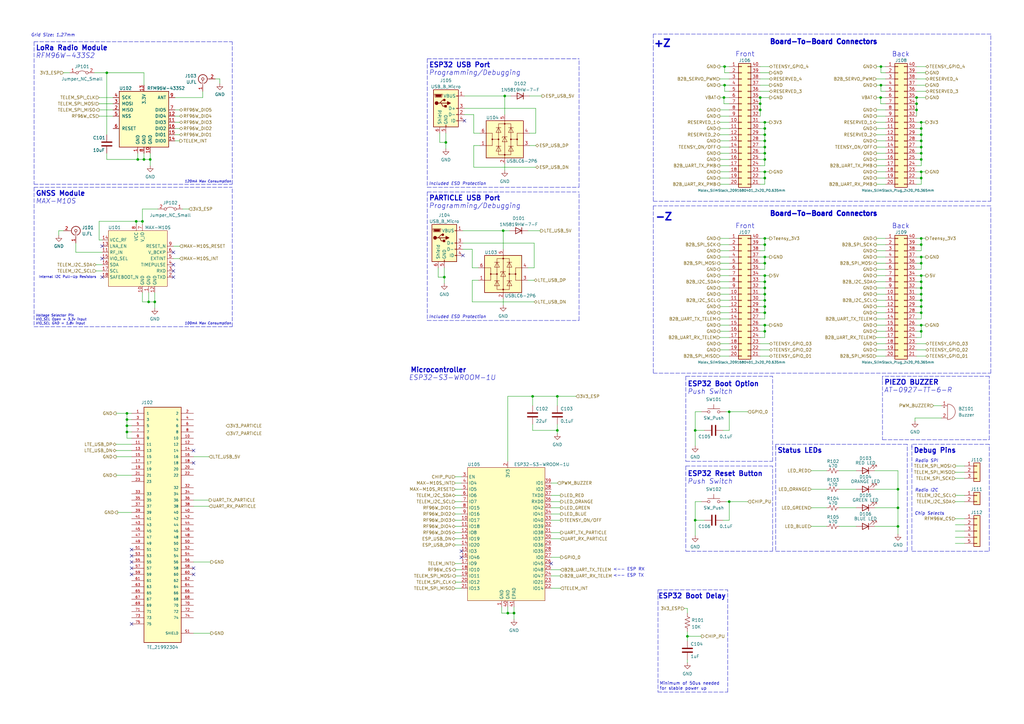
<source format=kicad_sch>
(kicad_sch (version 20211123) (generator eeschema)
  (paper "A3")
  (title_block (title "TARS MK4 Template") (date "2023-01-08") (rev "4.0") (company "Illinois Space Society") (comment 4 "Contributors: Peter Giannetos, Eisha Peyyeti, Danny Guller, Rishi Patel, Buffett Lee"))
  (lib_symbols
    (symbol "Conn_02x20_Counter_Clockwise_1" (pin_names (offset 1.016) hide)
      (property "Reference" "J101" (at 1.27 25.4 0))
      (property "Value" "Molex_SlimStack_2091680401_2x20_P0.635mm" (at 0 -27.94 0))
      (symbol "Conn_02x20_Counter_Clockwise_1_1_1"
        (pin passive line (at -5.08 22.86 0) (length 3.81) (name "Pin_1") (number "1"))
        (pin passive line (at -5.08 0 0) (length 3.81) (name "Pin_10") (number "10"))
        (pin passive line (at -5.08 -2.54 0) (length 3.81) (name "Pin_11") (number "11"))
        (pin passive line (at -5.08 -5.08 0) (length 3.81) (name "Pin_12") (number "12"))
        (pin passive line (at -5.08 -7.62 0) (length 3.81) (name "Pin_13") (number "13"))
        (pin passive line (at -5.08 -10.16 0) (length 3.81) (name "Pin_14") (number "14"))
        (pin passive line (at -5.08 -12.7 0) (length 3.81) (name "Pin_15") (number "15"))
        (pin passive line (at -5.08 -15.24 0) (length 3.81) (name "Pin_16") (number "16"))
        (pin passive line (at -5.08 -17.78 0) (length 3.81) (name "Pin_17") (number "17"))
        (pin passive line (at -5.08 -20.32 0) (length 3.81) (name "Pin_18") (number "18"))
        (pin passive line (at -5.08 -22.86 0) (length 3.81) (name "Pin_19") (number "19"))
        (pin passive line (at -5.08 20.32 0) (length 3.81) (name "Pin_2") (number "2"))
        (pin passive line (at -5.08 -25.4 0) (length 3.81) (name "Pin_20") (number "20"))
        (pin passive line (at 7.62 -25.4 180) (length 3.81) (name "Pin_21") (number "21"))
        (pin passive line (at 7.62 -22.86 180) (length 3.81) (name "Pin_22") (number "22"))
        (pin passive line (at 7.62 -20.32 180) (length 3.81) (name "Pin_23") (number "23"))
        (pin passive line (at 7.62 -17.78 180) (length 3.81) (name "Pin_24") (number "24"))
        (pin passive line (at 7.62 -15.24 180) (length 3.81) (name "Pin_25") (number "25"))
        (pin passive line (at 7.62 -12.7 180) (length 3.81) (name "Pin_26") (number "26"))
        (pin passive line (at 7.62 -10.16 180) (length 3.81) (name "Pin_27") (number "27"))
        (pin passive line (at 7.62 -7.62 180) (length 3.81) (name "Pin_28") (number "28"))
        (pin passive line (at 7.62 -5.08 180) (length 3.81) (name "Pin_29") (number "29"))
        (pin passive line (at -5.08 17.78 0) (length 3.81) (name "Pin_3") (number "3"))
        (pin passive line (at 7.62 -2.54 180) (length 3.81) (name "Pin_30") (number "30"))
        (pin passive line (at 7.62 0 180) (length 3.81) (name "Pin_31") (number "31"))
        (pin passive line (at 7.62 2.54 180) (length 3.81) (name "Pin_32") (number "32"))
        (pin passive line (at 7.62 5.08 180) (length 3.81) (name "Pin_33") (number "33"))
        (pin passive line (at 7.62 7.62 180) (length 3.81) (name "Pin_34") (number "34"))
        (pin passive line (at 7.62 10.16 180) (length 3.81) (name "Pin_35") (number "35"))
        (pin passive line (at 7.62 12.7 180) (length 3.81) (name "Pin_36") (number "36"))
        (pin passive line (at 7.62 15.24 180) (length 3.81) (name "Pin_37") (number "37"))
        (pin passive line (at 7.62 17.78 180) (length 3.81) (name "Pin_38") (number "38"))
        (pin passive line (at 7.62 20.32 180) (length 3.81) (name "Pin_39") (number "39"))
        (pin passive line (at -5.08 15.24 0) (length 3.81) (name "Pin_4") (number "4"))
        (pin passive line (at 7.62 22.86 180) (length 3.81) (name "Pin_40") (number "40"))
        (pin passive line (at -5.08 12.7 0) (length 3.81) (name "Pin_5") (number "5"))
        (pin passive line (at -5.08 10.16 0) (length 3.81) (name "Pin_6") (number "6"))
        (pin passive line (at -5.08 7.62 0) (length 3.81) (name "Pin_7") (number "7"))
        (pin passive line (at -5.08 5.08 0) (length 3.81) (name "Pin_8") (number "8"))
        (pin passive line (at -5.08 2.54 0) (length 3.81) (name "Pin_9") (number "9"))
      )
    )
    (symbol "Connector:Conn_Coaxial" (pin_names (offset 1.016) hide)
      (property "Reference" "J" (at 0.254 3.048 0))
      (property "Value" "Conn_Coaxial" (at 2.921 0 90))
      (symbol "Conn_Coaxial_1_1"
        (pin passive line (at -5.08 0 0) (length 2.54) (name "In") (number "1"))
        (pin passive line (at 0 -5.08 90) (length 2.54) (name "Ext") (number "2"))
      )
    )
    (symbol "Connector:USB_B_Micro" (pin_names (offset 1.016))
      (property "Reference" "J" (at -5.08 11.43 0))
      (property "Value" "USB_B_Micro" (at -5.08 8.89 0))
      (symbol "USB_B_Micro_1_1"
        (pin power_out line (at 7.62 5.08 180) (length 2.54) (name "VBUS") (number "1"))
        (pin bidirectional line (at 7.62 -2.54 180) (length 2.54) (name "D-") (number "2"))
        (pin bidirectional line (at 7.62 0 180) (length 2.54) (name "D+") (number "3"))
        (pin passive line (at 7.62 -5.08 180) (length 2.54) (name "ID") (number "4"))
        (pin power_out line (at 0 -10.16 90) (length 2.54) (name "GND") (number "5"))
        (pin passive line (at -2.54 -10.16 90) (length 2.54) (name "Shield") (number "6"))
      )
    )
    (symbol "Connector_Generic:Conn_01x02" (pin_names (offset 1.016) hide)
      (property "Reference" "J" (at 0 2.54 0))
      (property "Value" "Conn_01x02" (at 0 -5.08 0))
      (symbol "Conn_01x02_1_1"
        (pin passive line (at -5.08 0 0) (length 3.81) (name "Pin_1") (number "1"))
        (pin passive line (at -5.08 -2.54 0) (length 3.81) (name "Pin_2") (number "2"))
      )
    )
    (symbol "Connector_Generic:Conn_01x03" (pin_names (offset 1.016) hide)
      (property "Reference" "J" (at 0 5.08 0))
      (property "Value" "Conn_01x03" (at 0 -5.08 0))
      (symbol "Conn_01x03_1_1"
        (pin passive line (at -5.08 2.54 0) (length 3.81) (name "Pin_1") (number "1"))
        (pin passive line (at -5.08 0 0) (length 3.81) (name "Pin_2") (number "2"))
        (pin passive line (at -5.08 -2.54 0) (length 3.81) (name "Pin_3") (number "3"))
      )
    )
    (symbol "Connector_Generic:Conn_01x05" (pin_names (offset 1.016) hide)
      (property "Reference" "J" (at 0 7.62 0))
      (property "Value" "Conn_01x05" (at 0 -7.62 0))
      (symbol "Conn_01x05_1_1"
        (pin passive line (at -5.08 5.08 0) (length 3.81) (name "Pin_1") (number "1"))
        (pin passive line (at -5.08 2.54 0) (length 3.81) (name "Pin_2") (number "2"))
        (pin passive line (at -5.08 0 0) (length 3.81) (name "Pin_3") (number "3"))
        (pin passive line (at -5.08 -2.54 0) (length 3.81) (name "Pin_4") (number "4"))
        (pin passive line (at -5.08 -5.08 0) (length 3.81) (name "Pin_5") (number "5"))
      )
    )
    (symbol "Connector_Generic:Conn_02x20_Counter_Clockwise" (pin_names (offset 1.016) hide)
      (property "Reference" "J" (at 1.27 25.4 0))
      (property "Value" "Conn_02x20_Counter_Clockwise" (at 1.27 -27.94 0))
      (symbol "Conn_02x20_Counter_Clockwise_1_1"
        (pin passive line (at -5.08 22.86 0) (length 3.81) (name "Pin_1") (number "1"))
        (pin passive line (at -5.08 0 0) (length 3.81) (name "Pin_10") (number "10"))
        (pin passive line (at -5.08 -2.54 0) (length 3.81) (name "Pin_11") (number "11"))
        (pin passive line (at -5.08 -5.08 0) (length 3.81) (name "Pin_12") (number "12"))
        (pin passive line (at -5.08 -7.62 0) (length 3.81) (name "Pin_13") (number "13"))
        (pin passive line (at -5.08 -10.16 0) (length 3.81) (name "Pin_14") (number "14"))
        (pin passive line (at -5.08 -12.7 0) (length 3.81) (name "Pin_15") (number "15"))
        (pin passive line (at -5.08 -15.24 0) (length 3.81) (name "Pin_16") (number "16"))
        (pin passive line (at -5.08 -17.78 0) (length 3.81) (name "Pin_17") (number "17"))
        (pin passive line (at -5.08 -20.32 0) (length 3.81) (name "Pin_18") (number "18"))
        (pin passive line (at -5.08 -22.86 0) (length 3.81) (name "Pin_19") (number "19"))
        (pin passive line (at -5.08 20.32 0) (length 3.81) (name "Pin_2") (number "2"))
        (pin passive line (at -5.08 -25.4 0) (length 3.81) (name "Pin_20") (number "20"))
        (pin passive line (at 7.62 -25.4 180) (length 3.81) (name "Pin_21") (number "21"))
        (pin passive line (at 7.62 -22.86 180) (length 3.81) (name "Pin_22") (number "22"))
        (pin passive line (at 7.62 -20.32 180) (length 3.81) (name "Pin_23") (number "23"))
        (pin passive line (at 7.62 -17.78 180) (length 3.81) (name "Pin_24") (number "24"))
        (pin passive line (at 7.62 -15.24 180) (length 3.81) (name "Pin_25") (number "25"))
        (pin passive line (at 7.62 -12.7 180) (length 3.81) (name "Pin_26") (number "26"))
        (pin passive line (at 7.62 -10.16 180) (length 3.81) (name "Pin_27") (number "27"))
        (pin passive line (at 7.62 -7.62 180) (length 3.81) (name "Pin_28") (number "28"))
        (pin passive line (at 7.62 -5.08 180) (length 3.81) (name "Pin_29") (number "29"))
        (pin passive line (at -5.08 17.78 0) (length 3.81) (name "Pin_3") (number "3"))
        (pin passive line (at 7.62 -2.54 180) (length 3.81) (name "Pin_30") (number "30"))
        (pin passive line (at 7.62 0 180) (length 3.81) (name "Pin_31") (number "31"))
        (pin passive line (at 7.62 2.54 180) (length 3.81) (name "Pin_32") (number "32"))
        (pin passive line (at 7.62 5.08 180) (length 3.81) (name "Pin_33") (number "33"))
        (pin passive line (at 7.62 7.62 180) (length 3.81) (name "Pin_34") (number "34"))
        (pin passive line (at 7.62 10.16 180) (length 3.81) (name "Pin_35") (number "35"))
        (pin passive line (at 7.62 12.7 180) (length 3.81) (name "Pin_36") (number "36"))
        (pin passive line (at 7.62 15.24 180) (length 3.81) (name "Pin_37") (number "37"))
        (pin passive line (at 7.62 17.78 180) (length 3.81) (name "Pin_38") (number "38"))
        (pin passive line (at 7.62 20.32 180) (length 3.81) (name "Pin_39") (number "39"))
        (pin passive line (at -5.08 15.24 0) (length 3.81) (name "Pin_4") (number "4"))
        (pin passive line (at 7.62 22.86 180) (length 3.81) (name "Pin_40") (number "40"))
        (pin passive line (at -5.08 12.7 0) (length 3.81) (name "Pin_5") (number "5"))
        (pin passive line (at -5.08 10.16 0) (length 3.81) (name "Pin_6") (number "6"))
        (pin passive line (at -5.08 7.62 0) (length 3.81) (name "Pin_7") (number "7"))
        (pin passive line (at -5.08 5.08 0) (length 3.81) (name "Pin_8") (number "8"))
        (pin passive line (at -5.08 2.54 0) (length 3.81) (name "Pin_9") (number "9"))
      )
    )
    (symbol "Connector_M.2:TE_21992304" (pin_names (offset 1.016))
      (property "Reference" "J" (at -7.6269 49.066 0))
      (property "Value" "TE_21992304" (at -6.35 -52.07 0))
      (symbol "TE_21992304_0_0"
        (pin passive line (at -12.7 45.72 0) (length 5.08) (name "1") (number "1"))
        (pin passive line (at 12.7 35.56 180) (length 5.08) (name "10") (number "10"))
        (pin passive line (at -12.7 33.02 0) (length 5.08) (name "11") (number "11"))
        (pin passive line (at 12.7 33.02 180) (length 5.08) (name "12") (number "12"))
        (pin passive line (at -12.7 30.48 0) (length 5.08) (name "13") (number "13"))
        (pin passive line (at 12.7 30.48 180) (length 5.08) (name "14") (number "14"))
        (pin passive line (at -12.7 27.94 0) (length 5.08) (name "15") (number "15"))
        (pin passive line (at 12.7 27.94 180) (length 5.08) (name "16") (number "16"))
        (pin passive line (at -12.7 25.4 0) (length 5.08) (name "17") (number "17"))
        (pin passive line (at 12.7 25.4 180) (length 5.08) (name "18") (number "18"))
        (pin passive line (at -12.7 22.86 0) (length 5.08) (name "19") (number "19"))
        (pin passive line (at 12.7 45.72 180) (length 5.08) (name "2") (number "2"))
        (pin passive line (at 12.7 22.86 180) (length 5.08) (name "20") (number "20"))
        (pin passive line (at -12.7 20.32 0) (length 5.08) (name "21") (number "21"))
        (pin passive line (at 12.7 20.32 180) (length 5.08) (name "22") (number "22"))
        (pin passive line (at -12.7 17.78 0) (length 5.08) (name "23") (number "23"))
        (pin passive line (at -12.7 43.18 0) (length 5.08) (name "3") (number "3"))
        (pin passive line (at 12.7 15.24 180) (length 5.08) (name "32") (number "32"))
        (pin passive line (at -12.7 12.7 0) (length 5.08) (name "33") (number "33"))
        (pin passive line (at 12.7 12.7 180) (length 5.08) (name "34") (number "34"))
        (pin passive line (at -12.7 10.16 0) (length 5.08) (name "35") (number "35"))
        (pin passive line (at 12.7 10.16 180) (length 5.08) (name "36") (number "36"))
        (pin passive line (at -12.7 7.62 0) (length 5.08) (name "37") (number "37"))
        (pin passive line (at 12.7 7.62 180) (length 5.08) (name "38") (number "38"))
        (pin passive line (at -12.7 5.08 0) (length 5.08) (name "39") (number "39"))
        (pin passive line (at 12.7 43.18 180) (length 5.08) (name "4") (number "4"))
        (pin passive line (at 12.7 5.08 180) (length 5.08) (name "40") (number "40"))
        (pin passive line (at -12.7 2.54 0) (length 5.08) (name "41") (number "41"))
        (pin passive line (at 12.7 2.54 180) (length 5.08) (name "42") (number "42"))
        (pin passive line (at -12.7 0 0) (length 5.08) (name "43") (number "43"))
        (pin passive line (at 12.7 0 180) (length 5.08) (name "44") (number "44"))
        (pin passive line (at -12.7 -2.54 0) (length 5.08) (name "45") (number "45"))
        (pin passive line (at 12.7 -2.54 180) (length 5.08) (name "46") (number "46"))
        (pin passive line (at -12.7 -5.08 0) (length 5.08) (name "47") (number "47"))
        (pin passive line (at 12.7 -5.08 180) (length 5.08) (name "48") (number "48"))
        (pin passive line (at -12.7 -7.62 0) (length 5.08) (name "49") (number "49"))
        (pin passive line (at -12.7 40.64 0) (length 5.08) (name "5") (number "5"))
        (pin passive line (at 12.7 -7.62 180) (length 5.08) (name "50") (number "50"))
        (pin passive line (at -12.7 -10.16 0) (length 5.08) (name "51") (number "51"))
        (pin passive line (at 12.7 -10.16 180) (length 5.08) (name "52") (number "52"))
        (pin passive line (at -12.7 -12.7 0) (length 5.08) (name "53") (number "53"))
        (pin passive line (at 12.7 -12.7 180) (length 5.08) (name "54") (number "54"))
        (pin passive line (at -12.7 -15.24 0) (length 5.08) (name "55") (number "55"))
        (pin passive line (at 12.7 -15.24 180) (length 5.08) (name "56") (number "56"))
        (pin passive line (at -12.7 -17.78 0) (length 5.08) (name "57") (number "57"))
        (pin passive line (at 12.7 -17.78 180) (length 5.08) (name "58") (number "58"))
        (pin passive line (at -12.7 -20.32 0) (length 5.08) (name "59") (number "59"))
        (pin passive line (at 12.7 40.64 180) (length 5.08) (name "6") (number "6"))
        (pin passive line (at 12.7 -20.32 180) (length 5.08) (name "60") (number "60"))
        (pin passive line (at -12.7 -22.86 0) (length 5.08) (name "61") (number "61"))
        (pin passive line (at 12.7 -22.86 180) (length 5.08) (name "62") (number "62"))
        (pin passive line (at -12.7 -25.4 0) (length 5.08) (name "63") (number "63"))
        (pin passive line (at 12.7 -25.4 180) (length 5.08) (name "64") (number "64"))
        (pin passive line (at -12.7 -27.94 0) (length 5.08) (name "65") (number "65"))
        (pin passive line (at 12.7 -27.94 180) (length 5.08) (name "66") (number "66"))
        (pin passive line (at -12.7 -30.48 0) (length 5.08) (name "67") (number "67"))
        (pin passive line (at 12.7 -30.48 180) (length 5.08) (name "68") (number "68"))
        (pin passive line (at -12.7 -33.02 0) (length 5.08) (name "69") (number "69"))
        (pin passive line (at -12.7 38.1 0) (length 5.08) (name "7") (number "7"))
        (pin passive line (at 12.7 -33.02 180) (length 5.08) (name "70") (number "70"))
        (pin passive line (at -12.7 -35.56 0) (length 5.08) (name "71") (number "71"))
        (pin passive line (at 12.7 -35.56 180) (length 5.08) (name "72") (number "72"))
        (pin passive line (at -12.7 -38.1 0) (length 5.08) (name "73") (number "73"))
        (pin passive line (at 12.7 -38.1 180) (length 5.08) (name "74") (number "74"))
        (pin passive line (at -12.7 -40.64 0) (length 5.08) (name "75") (number "75"))
        (pin passive line (at 12.7 38.1 180) (length 5.08) (name "8") (number "8"))
        (pin passive line (at -12.7 35.56 0) (length 5.08) (name "9") (number "9"))
        (pin passive line (at 12.7 -44.45 180) (length 5.08) (name "SHIELD") (number "S1"))
      )
    )
    (symbol "D24V50F5:C" (pin_numbers hide) (pin_names (offset 0.254))
      (property "Reference" "C" (at 0.635 2.54 0))
      (property "Value" "C" (at 0.635 -2.54 0))
      (symbol "C_1_1"
        (pin passive line (at 0 3.81 270) (length 2.794) (name "~") (number "1"))
        (pin passive line (at 0 -3.81 90) (length 2.794) (name "~") (number "2"))
      )
    )
    (symbol "Device:Buzzer" (pin_names (offset 0.0254) hide)
      (property "Reference" "BZ" (at 3.81 1.27 0))
      (property "Value" "Buzzer" (at 3.81 -1.27 0))
      (symbol "Buzzer_1_1"
        (pin passive line (at -2.54 2.54 0) (length 2.54) (name "-") (number "1"))
        (pin passive line (at -2.54 -2.54 0) (length 2.54) (name "+") (number "2"))
      )
    )
    (symbol "Device:C" (pin_numbers hide) (pin_names (offset 0.254))
      (property "Reference" "C" (at 0.635 2.54 0))
      (property "Value" "C" (at 0.635 -2.54 0))
      (symbol "C_1_1"
        (pin passive line (at 0 3.81 270) (length 2.794) (name "~") (number "1"))
        (pin passive line (at 0 -3.81 90) (length 2.794) (name "~") (number "2"))
      )
    )
    (symbol "Device:D" (pin_numbers hide) (pin_names (offset 1.016) hide)
      (property "Reference" "D" (at 0 2.54 0))
      (property "Value" "D" (at 0 -2.54 0))
      (symbol "D_1_1"
        (pin passive line (at -3.81 0 0) (length 2.54) (name "K") (number "1"))
        (pin passive line (at 3.81 0 180) (length 2.54) (name "A") (number "2"))
      )
    )
    (symbol "Device:LED" (pin_numbers hide) (pin_names (offset 1.016) hide)
      (property "Reference" "D" (at 0 2.54 0))
      (property "Value" "LED" (at 0 -2.54 0))
      (symbol "LED_1_1"
        (pin passive line (at -3.81 0 0) (length 2.54) (name "K") (number "1"))
        (pin passive line (at 3.81 0 180) (length 2.54) (name "A") (number "2"))
      )
    )
    (symbol "Device:R_Small_US" (pin_numbers hide) (pin_names (offset 0.254) hide)
      (property "Reference" "R" (at 0.762 0.508 0))
      (property "Value" "R_Small_US" (at 0.762 -1.016 0))
      (symbol "R_Small_US_1_1"
        (pin passive line (at 0 2.54 270) (length 1.016) (name "~") (number "1"))
        (pin passive line (at 0 -2.54 90) (length 1.016) (name "~") (number "2"))
      )
    )
    (symbol "Device:R_US" (pin_numbers hide) (pin_names (offset 0))
      (property "Reference" "R" (at 2.54 0 90))
      (property "Value" "R_US" (at -2.54 0 90))
      (symbol "R_US_1_1"
        (pin passive line (at 0 3.81 270) (length 1.27) (name "~") (number "1"))
        (pin passive line (at 0 -3.81 90) (length 1.27) (name "~") (number "2"))
      )
    )
    (symbol "Jumper:Jumper_2_Bridged" (pin_names (offset 0) hide)
      (property "Reference" "JP" (at 0 1.905 0))
      (property "Value" "Jumper_2_Bridged" (at 0 -2.54 0))
      (symbol "Jumper_2_Bridged_1_1"
        (pin passive line (at -5.08 0 0) (length 2.54) (name "A") (number "1"))
        (pin passive line (at 5.08 0 180) (length 2.54) (name "B") (number "2"))
      )
    )
    (symbol "MCU_ESP32:ESP32-S3-WROOM-1U"
      (property "Reference" "U" (at -15.24 29.21 0))
      (property "Value" "ESP32-S3-WROOM-1U" (at 13.97 29.21 0))
      (symbol "ESP32-S3-WROOM-1U_1_1"
        (pin power_in line (at -2.54 -29.21 90) (length 2.54) (name "GND") (number "1"))
        (pin bidirectional line (at -19.05 6.35 0) (length 2.54) (name "IO17") (number "10"))
        (pin bidirectional line (at -19.05 3.81 0) (length 2.54) (name "IO18") (number "11"))
        (pin bidirectional line (at -19.05 1.27 0) (length 2.54) (name "IO8") (number "12"))
        (pin bidirectional line (at -19.05 -1.27 0) (length 2.54) (name "IO19") (number "13"))
        (pin bidirectional line (at -19.05 -3.81 0) (length 2.54) (name "IO20") (number "14"))
        (pin bidirectional line (at -19.05 -6.35 0) (length 2.54) (name "IO3") (number "15"))
        (pin bidirectional line (at -19.05 -8.89 0) (length 2.54) (name "IO46") (number "16"))
        (pin bidirectional line (at -19.05 -11.43 0) (length 2.54) (name "IO9") (number "17"))
        (pin bidirectional line (at -19.05 -13.97 0) (length 2.54) (name "IO10") (number "18"))
        (pin bidirectional line (at -19.05 -16.51 0) (length 2.54) (name "IO11") (number "19"))
        (pin power_in line (at 0 30.48 270) (length 2.54) (name "3V3") (number "2"))
        (pin bidirectional line (at -19.05 -19.05 0) (length 2.54) (name "IO12") (number "20"))
        (pin bidirectional line (at -19.05 -21.59 0) (length 2.54) (name "IO13") (number "21"))
        (pin bidirectional line (at 17.78 -21.59 180) (length 2.54) (name "IO14") (number "22"))
        (pin bidirectional line (at 17.78 -19.05 180) (length 2.54) (name "IO21") (number "23"))
        (pin bidirectional line (at 17.78 -16.51 180) (length 2.54) (name "IO47") (number "24"))
        (pin bidirectional line (at 17.78 -13.97 180) (length 2.54) (name "IO48") (number "25"))
        (pin bidirectional line (at 17.78 -11.43 180) (length 2.54) (name "IO45") (number "26"))
        (pin bidirectional line (at 17.78 -8.89 180) (length 2.54) (name "IO0") (number "27"))
        (pin bidirectional line (at 17.78 -6.35 180) (length 2.54) (name "IO35") (number "28"))
        (pin bidirectional line (at 17.78 -3.81 180) (length 2.54) (name "IO36") (number "29"))
        (pin input line (at -19.05 24.13 0) (length 2.54) (name "EN") (number "3"))
        (pin bidirectional line (at 17.78 -1.27 180) (length 2.54) (name "IO37") (number "30"))
        (pin bidirectional line (at 17.78 1.27 180) (length 2.54) (name "IO38") (number "31"))
        (pin bidirectional line (at 17.78 3.81 180) (length 2.54) (name "IO39") (number "32"))
        (pin bidirectional line (at 17.78 6.35 180) (length 2.54) (name "IO40") (number "33"))
        (pin bidirectional line (at 17.78 8.89 180) (length 2.54) (name "IO41") (number "34"))
        (pin bidirectional line (at 17.78 11.43 180) (length 2.54) (name "IO42") (number "35"))
        (pin bidirectional line (at 17.78 13.97 180) (length 2.54) (name "RXD0") (number "36"))
        (pin bidirectional line (at 17.78 16.51 180) (length 2.54) (name "TXD0") (number "37"))
        (pin bidirectional line (at 17.78 19.05 180) (length 2.54) (name "IO2") (number "38"))
        (pin bidirectional line (at 17.78 21.59 180) (length 2.54) (name "IO1") (number "39"))
        (pin bidirectional line (at -19.05 21.59 0) (length 2.54) (name "IO4") (number "4"))
        (pin power_in line (at 0 -29.21 90) (length 2.54) (name "GND") (number "40"))
        (pin power_out line (at 2.54 -29.21 90) (length 2.54) (name "EPAD") (number "41"))
        (pin bidirectional line (at -19.05 19.05 0) (length 2.54) (name "IO5") (number "5"))
        (pin bidirectional line (at -19.05 16.51 0) (length 2.54) (name "IO6") (number "6"))
        (pin bidirectional line (at -19.05 13.97 0) (length 2.54) (name "IO7") (number "7"))
        (pin bidirectional line (at -19.05 11.43 0) (length 2.54) (name "IO15") (number "8"))
        (pin bidirectional line (at -19.05 8.89 0) (length 2.54) (name "IO16") (number "9"))
      )
    )
    (symbol "Power_Protection:USBLC6-2P6" (pin_names hide)
      (property "Reference" "U" (at 2.54 8.89 0))
      (property "Value" "USBLC6-2P6" (at 2.54 -8.89 0))
      (symbol "USBLC6-2P6_1_1"
        (pin passive line (at -10.16 -2.54 0) (length 2.54) (name "I/O1") (number "1"))
        (pin passive line (at 0 -10.16 90) (length 2.54) (name "GND") (number "2"))
        (pin passive line (at 10.16 -2.54 180) (length 2.54) (name "I/O2") (number "3"))
        (pin passive line (at 10.16 2.54 180) (length 2.54) (name "I/O2") (number "4"))
        (pin passive line (at 0 10.16 270) (length 2.54) (name "VBUS") (number "5"))
        (pin passive line (at -10.16 2.54 0) (length 2.54) (name "I/O1") (number "6"))
      )
    )
    (symbol "RF_GPS_uBlox:MAX-M10S"
      (property "Reference" "U" (at -12.7 12.7 0))
      (property "Value" "MAX-M10S" (at 7.62 12.7 0))
      (symbol "MAX-M10S_1_1"
        (pin power_out line (at 3.81 -13.97 90) (length 2.54) (name "GND") (number "1"))
        (pin power_out line (at 1.27 -13.97 90) (length 2.54) (name "GND") (number "10"))
        (pin input line (at -15.24 2.54 0) (length 2.54) (name "RF_IN") (number "11"))
        (pin power_out line (at 6.35 -13.97 90) (length 2.54) (name "GND") (number "12"))
        (pin unspecified line (at -15.24 5.08 0) (length 2.54) (name "LNA_EN") (number "13"))
        (pin unspecified line (at -15.24 7.62 0) (length 2.54) (name "VCC_RF") (number "14"))
        (pin unspecified line (at -15.24 0 0) (length 2.54) (name "VIO_SEL") (number "15"))
        (pin bidirectional line (at -15.24 -2.54 0) (length 2.54) (name "SDA") (number "16"))
        (pin input line (at -15.24 -5.08 0) (length 2.54) (name "SCL") (number "17"))
        (pin unspecified line (at -15.24 -7.62 0) (length 2.54) (name "SAFEBOOT_N") (number "18"))
        (pin output line (at 13.97 -7.62 180) (length 2.54) (name "TXD") (number "2"))
        (pin input line (at 13.97 -5.08 180) (length 2.54) (name "RXD") (number "3"))
        (pin unspecified line (at 13.97 -2.54 180) (length 2.54) (name "TIMEPULSE") (number "4"))
        (pin input line (at 13.97 0 180) (length 2.54) (name "EXTINT") (number "5"))
        (pin power_in line (at 13.97 2.54 180) (length 2.54) (name "V_BCKP") (number "6"))
        (pin power_in line (at 1.27 13.97 270) (length 2.54) (name "V_IO") (number "7"))
        (pin power_in line (at -1.27 13.97 270) (length 2.54) (name "VCC") (number "8"))
        (pin input line (at 13.97 5.08 180) (length 2.54) (name "RESET_N") (number "9"))
      )
    )
    (symbol "RF_Module:RFM96W-433S2" (pin_names (offset 1.016))
      (property "Reference" "U" (at -10.414 11.684 0))
      (property "Value" "RFM96W-433S2" (at 1.524 11.43 0))
      (symbol "RFM96W-433S2_1_1"
        (pin power_in line (at -2.54 -15.24 90) (length 2.54) (name "GND") (number "1"))
        (pin power_in line (at 2.54 -15.24 90) (length 2.54) (name "GND") (number "10"))
        (pin bidirectional line (at 12.7 -2.54 180) (length 2.54) (name "DIO3") (number "11"))
        (pin bidirectional line (at 12.7 0 180) (length 2.54) (name "DIO4") (number "12"))
        (pin power_in line (at 0 12.7 270) (length 2.54) (name "3.3V") (number "13"))
        (pin bidirectional line (at 12.7 -10.16 180) (length 2.54) (name "DIO0") (number "14"))
        (pin bidirectional line (at 12.7 -7.62 180) (length 2.54) (name "DIO1") (number "15"))
        (pin bidirectional line (at 12.7 -5.08 180) (length 2.54) (name "DIO2") (number "16"))
        (pin output line (at -12.7 2.54 0) (length 2.54) (name "MISO") (number "2"))
        (pin input line (at -12.7 5.08 0) (length 2.54) (name "MOSI") (number "3"))
        (pin input line (at -12.7 7.62 0) (length 2.54) (name "SCK") (number "4"))
        (pin input line (at -12.7 0 0) (length 2.54) (name "NSS") (number "5"))
        (pin bidirectional line (at -12.7 -5.08 0) (length 2.54) (name "RESET") (number "6"))
        (pin bidirectional line (at 12.7 2.54 180) (length 2.54) (name "DIO5") (number "7"))
        (pin power_in line (at 0 -15.24 90) (length 2.54) (name "GND") (number "8"))
        (pin bidirectional line (at 12.7 7.62 180) (length 2.54) (name "ANT") (number "9"))
      )
    )
    (symbol "Switch:SW_Push" (pin_numbers hide) (pin_names (offset 1.016) hide)
      (property "Reference" "SW" (at 1.27 2.54 0))
      (property "Value" "SW_Push" (at 0 -1.524 0))
      (symbol "SW_Push_0_1"
        (pin passive line (at -5.08 0 0) (length 2.54) (name "1") (number "1"))
        (pin passive line (at 5.08 0 180) (length 2.54) (name "2") (number "2"))
      )
    )
    (symbol "power:GND" (power) (pin_names (offset 0))
      (property "Value" "GND" (at 0 -3.81 0))
      (symbol "GND_1_1"
        (pin power_in line (at 0 0 270) (length 0) hide (name "GND") (number "1"))
      )
    )
  )
  (junction (at 313.69 60.325))
  (junction (at 377.825 50.165))
  (junction (at 228.6 176.53))
  (junction (at 377.825 73.025))
  (junction (at 377.825 125.73))
  (junction (at 56.515 65.405))
  (junction (at 218.44 162.56))
  (junction (at 377.825 118.11))
  (junction (at 208.28 251.46))
  (junction (at 285.115 176.53))
  (junction (at 296.926 40.005))
  (junction (at 63.5 123.825))
  (junction (at 377.825 60.325))
  (junction (at 228.6 162.56))
  (junction (at 368.3 208.28))
  (junction (at 377.825 115.57))
  (junction (at 377.825 128.27))
  (junction (at 361.188 40.005))
  (junction (at 52.07 177.165))
  (junction (at 375.92 45.085))
  (junction (at 368.3 215.9))
  (junction (at 311.785 45.085))
  (junction (at 377.825 70.485))
  (junction (at 377.825 123.19))
  (junction (at 377.825 100.33))
  (junction (at 361.315 27.305))
  (junction (at 299.085 168.91))
  (junction (at 207.01 39.37))
  (junction (at 313.69 123.19))
  (junction (at 311.785 42.545))
  (junction (at 377.825 57.785))
  (junction (at 377.825 135.89))
  (junction (at 313.69 113.03))
  (junction (at 361.315 34.925))
  (junction (at 313.69 100.33))
  (junction (at 377.825 55.245))
  (junction (at 313.69 57.785))
  (junction (at 313.69 65.405))
  (junction (at 285.115 213.36))
  (junction (at 313.69 52.705))
  (junction (at 313.69 55.245))
  (junction (at 43.815 29.845))
  (junction (at 52.07 169.545))
  (junction (at 313.69 118.11))
  (junction (at 58.42 90.805))
  (junction (at 60.96 123.825))
  (junction (at 313.69 97.79))
  (junction (at 375.92 40.005))
  (junction (at 59.055 65.405))
  (junction (at 313.69 128.27))
  (junction (at 368.3 200.66))
  (junction (at 377.825 113.03))
  (junction (at 297.18 34.925))
  (junction (at 182.88 58.42))
  (junction (at 377.825 107.95))
  (junction (at 313.69 135.89))
  (junction (at 311.785 40.005))
  (junction (at 313.69 133.35))
  (junction (at 210.82 251.46))
  (junction (at 182.245 113.665))
  (junction (at 377.825 120.65))
  (junction (at 61.595 65.405))
  (junction (at 377.825 52.705))
  (junction (at 297.18 27.305))
  (junction (at 377.825 97.79))
  (junction (at 313.69 50.165))
  (junction (at 206.375 94.615))
  (junction (at 313.69 125.73))
  (junction (at 52.07 172.085))
  (junction (at 281.94 260.985))
  (junction (at 377.825 65.405))
  (junction (at 313.69 73.025))
  (junction (at 313.69 120.65))
  (junction (at 377.825 133.35))
  (junction (at 313.69 70.485))
  (junction (at 52.07 174.625))
  (junction (at 377.825 105.41))
  (junction (at 299.085 205.74))
  (junction (at 55.88 90.805))
  (junction (at 313.69 115.57))
  (junction (at 313.69 105.41))
  (junction (at 313.69 62.865))
  (junction (at 375.92 42.545))
  (junction (at 377.825 62.865))
  (junction (at 313.69 107.95))
  (no_connect (at 79.375 233.045))
  (no_connect (at 53.975 225.425))
  (no_connect (at 53.975 227.965))
  (no_connect (at 79.375 235.585))
  (no_connect (at 79.375 189.865))
  (no_connect (at 53.975 230.505))
  (no_connect (at 53.975 233.045))
  (no_connect (at 53.975 235.585))
  (no_connect (at 53.975 255.905))
  (no_connect (at 79.375 184.785))
  (no_connect (at 71.12 113.665))
  (no_connect (at 71.12 111.125))
  (no_connect (at 71.12 103.505))
  (no_connect (at 41.91 113.665))
  (no_connect (at 41.91 106.045))
  (no_connect (at 71.12 108.585))
  (no_connect (at 190.5 49.53))
  (no_connect (at 189.23 226.06))
  (no_connect (at 189.865 104.775))
  (no_connect (at 226.06 231.14))
  (no_connect (at 189.23 228.6))
  (no_connect (at 41.91 100.965))
  (wire (pts (xy 295.275 143.51) (xy 299.085 143.51)))
  (wire (pts (xy 361.315 29.845) (xy 363.22 29.845)))
  (wire (pts (xy 193.675 109.855) (xy 193.675 102.235)))
  (polyline (pts (xy 374.015 226.06) (xy 405.765 226.06)))
  (wire (pts (xy 193.675 123.825) (xy 219.075 123.825)))
  (wire (pts (xy 375.92 42.545) (xy 375.92 45.085)))
  (wire (pts (xy 359.41 130.81) (xy 363.22 130.81)))
  (wire (pts (xy 179.705 109.855) (xy 179.705 113.665)))
  (wire (pts (xy 295.275 34.925) (xy 297.18 34.925)))
  (wire (pts (xy 313.69 120.65) (xy 311.785 120.65)))
  (wire (pts (xy 296.926 42.545) (xy 296.926 40.005)))
  (wire (pts (xy 368.3 215.9) (xy 368.3 219.075)))
  (wire (pts (xy 377.825 75.565) (xy 375.92 75.565)))
  (wire (pts (xy 313.69 50.165) (xy 311.785 50.165)))
  (polyline (pts (xy 281.305 191.135) (xy 281.305 226.06)))
  (wire (pts (xy 359.41 105.41) (xy 363.22 105.41)))
  (wire (pts (xy 313.69 130.81) (xy 311.785 130.81)))
  (wire (pts (xy 47.625 184.785) (xy 53.975 184.785)))
  (polyline (pts (xy 281.305 226.06) (xy 316.865 226.06)))
  (wire (pts (xy 193.675 114.935) (xy 193.675 123.825)))
  (wire (pts (xy 297.18 34.925) (xy 299.085 34.925)))
  (wire (pts (xy 377.825 57.785) (xy 377.825 60.325)))
  (wire (pts (xy 52.07 172.085) (xy 53.975 172.085)))
  (wire (pts (xy 377.825 105.41) (xy 375.92 105.41)))
  (wire (pts (xy 53.975 169.545) (xy 52.07 169.545)))
  (polyline (pts (xy 361.95 156.21) (xy 361.95 180.34)))
  (wire (pts (xy 71.755 50.165) (xy 73.66 50.165)))
  (wire (pts (xy 377.825 107.95) (xy 377.825 110.49)))
  (wire (pts (xy 186.69 220.98) (xy 189.23 220.98)))
  (wire (pts (xy 332.74 208.28) (xy 339.09 208.28)))
  (polyline (pts (xy 298.45 283.845) (xy 298.45 241.935)))
  (wire (pts (xy 190.5 39.37) (xy 207.01 39.37)))
  (wire (pts (xy 359.41 138.43) (xy 363.22 138.43)))
  (wire (pts (xy 313.69 75.565) (xy 311.785 75.565)))
  (wire (pts (xy 40.64 47.625) (xy 46.355 47.625)))
  (wire (pts (xy 285.115 205.74) (xy 285.115 213.36)))
  (wire (pts (xy 295.275 32.385) (xy 299.085 32.385)))
  (wire (pts (xy 311.785 45.085) (xy 311.785 47.625)))
  (wire (pts (xy 64.77 85.725) (xy 58.42 85.725)))
  (wire (pts (xy 228.6 176.53) (xy 228.6 177.8)))
  (wire (pts (xy 377.825 120.65) (xy 377.825 123.19)))
  (wire (pts (xy 359.41 34.925) (xy 361.315 34.925)))
  (wire (pts (xy 344.17 208.28) (xy 351.155 208.28)))
  (wire (pts (xy 377.825 133.35) (xy 379.73 133.35)))
  (wire (pts (xy 377.825 52.705) (xy 377.825 55.245)))
  (wire (pts (xy 295.275 102.87) (xy 299.085 102.87)))
  (polyline (pts (xy 269.875 241.935) (xy 269.875 283.845)))
  (wire (pts (xy 377.825 128.27) (xy 375.92 128.27)))
  (wire (pts (xy 391.795 212.725) (xy 395.605 212.725)))
  (wire (pts (xy 359.41 40.005) (xy 361.188 40.005)))
  (wire (pts (xy 313.69 52.705) (xy 313.69 55.245)))
  (wire (pts (xy 296.926 40.005) (xy 299.085 40.005)))
  (wire (pts (xy 218.44 176.53) (xy 228.6 176.53)))
  (wire (pts (xy 194.31 54.61) (xy 194.31 46.99)))
  (polyline (pts (xy 267.97 89.535) (xy 267.97 153.035)))
  (wire (pts (xy 295.275 120.65) (xy 299.085 120.65)))
  (wire (pts (xy 359.41 113.03) (xy 363.22 113.03)))
  (wire (pts (xy 377.825 118.11) (xy 375.92 118.11)))
  (polyline (pts (xy 13.97 133.985) (xy 95.25 133.985)))
  (wire (pts (xy 377.825 110.49) (xy 375.92 110.49)))
  (wire (pts (xy 313.69 67.945) (xy 311.785 67.945)))
  (wire (pts (xy 359.41 133.35) (xy 363.22 133.35)))
  (wire (pts (xy 182.88 58.42) (xy 182.88 54.61)))
  (wire (pts (xy 218.44 162.56) (xy 228.6 162.56)))
  (wire (pts (xy 375.92 40.005) (xy 375.92 42.545)))
  (wire (pts (xy 58.42 120.015) (xy 58.42 123.825)))
  (wire (pts (xy 79.375 230.505) (xy 86.36 230.505)))
  (wire (pts (xy 53.975 179.705) (xy 52.07 179.705)))
  (wire (pts (xy 377.825 123.19) (xy 377.825 125.73)))
  (wire (pts (xy 377.825 113.03) (xy 377.825 115.57)))
  (wire (pts (xy 368.3 193.04) (xy 368.3 200.66)))
  (wire (pts (xy 391.795 193.675) (xy 395.605 193.675)))
  (wire (pts (xy 182.88 58.42) (xy 182.88 60.96)))
  (wire (pts (xy 52.07 169.545) (xy 52.07 172.085)))
  (wire (pts (xy 71.755 40.005) (xy 83.185 40.005)))
  (wire (pts (xy 186.69 241.3) (xy 189.23 241.3)))
  (wire (pts (xy 295.275 113.03) (xy 299.085 113.03)))
  (wire (pts (xy 295.275 70.485) (xy 299.085 70.485)))
  (wire (pts (xy 58.42 90.805) (xy 58.42 92.075)))
  (wire (pts (xy 311.785 40.005) (xy 315.595 40.005)))
  (wire (pts (xy 377.825 115.57) (xy 375.92 115.57)))
  (wire (pts (xy 313.69 110.49) (xy 311.785 110.49)))
  (wire (pts (xy 295.275 118.11) (xy 299.085 118.11)))
  (wire (pts (xy 377.825 73.025) (xy 375.92 73.025)))
  (wire (pts (xy 377.825 100.33) (xy 375.92 100.33)))
  (wire (pts (xy 359.41 123.19) (xy 363.22 123.19)))
  (wire (pts (xy 295.275 55.245) (xy 299.085 55.245)))
  (wire (pts (xy 313.69 57.785) (xy 311.785 57.785)))
  (wire (pts (xy 71.755 57.785) (xy 73.66 57.785)))
  (wire (pts (xy 313.69 123.19) (xy 313.69 125.73)))
  (wire (pts (xy 359.41 140.97) (xy 363.22 140.97)))
  (polyline (pts (xy 281.305 154.305) (xy 316.865 154.305)))
  (wire (pts (xy 217.17 59.69) (xy 219.71 59.69)))
  (wire (pts (xy 206.375 122.555) (xy 206.375 125.095)))
  (wire (pts (xy 377.825 97.79) (xy 377.825 100.33)))
  (wire (pts (xy 226.06 220.98) (xy 229.87 220.98)))
  (wire (pts (xy 281.94 249.555) (xy 281.94 251.46)))
  (wire (pts (xy 226.06 236.22) (xy 229.87 236.22)))
  (polyline (pts (xy 13.97 17.145) (xy 95.25 17.145)))
  (wire (pts (xy 228.6 162.56) (xy 236.22 162.56)))
  (wire (pts (xy 299.085 213.36) (xy 299.085 205.74)))
  (wire (pts (xy 377.825 67.945) (xy 375.92 67.945)))
  (wire (pts (xy 359.41 135.89) (xy 363.22 135.89)))
  (wire (pts (xy 313.69 133.35) (xy 313.69 135.89)))
  (wire (pts (xy 358.775 208.28) (xy 368.3 208.28)))
  (wire (pts (xy 280.67 249.555) (xy 281.94 249.555)))
  (wire (pts (xy 313.69 107.95) (xy 313.69 110.49)))
  (wire (pts (xy 56.515 62.865) (xy 56.515 65.405)))
  (wire (pts (xy 180.34 58.42) (xy 182.88 58.42)))
  (wire (pts (xy 359.41 50.165) (xy 363.22 50.165)))
  (polyline (pts (xy 406.4 13.97) (xy 267.97 13.97)))
  (wire (pts (xy 285.115 168.91) (xy 285.115 176.53)))
  (wire (pts (xy 48.26 210.185) (xy 53.975 210.185)))
  (wire (pts (xy 313.69 55.245) (xy 311.785 55.245)))
  (wire (pts (xy 206.375 94.615) (xy 208.915 94.615)))
  (wire (pts (xy 281.94 260.985) (xy 287.655 260.985)))
  (wire (pts (xy 313.69 123.19) (xy 311.785 123.19)))
  (wire (pts (xy 377.825 113.03) (xy 379.73 113.03)))
  (wire (pts (xy 313.69 55.245) (xy 313.69 57.785)))
  (wire (pts (xy 359.41 73.025) (xy 363.22 73.025)))
  (wire (pts (xy 297.18 37.465) (xy 299.085 37.465)))
  (wire (pts (xy 361.315 37.465) (xy 363.22 37.465)))
  (wire (pts (xy 377.825 70.485) (xy 377.825 73.025)))
  (wire (pts (xy 186.69 238.76) (xy 189.23 238.76)))
  (wire (pts (xy 71.12 106.045) (xy 73.66 106.045)))
  (wire (pts (xy 210.82 251.46) (xy 210.82 248.92)))
  (wire (pts (xy 79.375 205.105) (xy 85.725 205.105)))
  (wire (pts (xy 297.815 205.74) (xy 299.085 205.74)))
  (wire (pts (xy 217.17 39.37) (xy 222.25 39.37)))
  (polyline (pts (xy 175.26 76.835) (xy 237.49 76.835)))
  (wire (pts (xy 47.625 187.325) (xy 53.975 187.325)))
  (polyline (pts (xy 13.97 76.835) (xy 13.97 133.985)))
  (wire (pts (xy 359.41 47.625) (xy 363.22 47.625)))
  (wire (pts (xy 52.07 172.085) (xy 52.07 174.625)))
  (wire (pts (xy 226.06 241.3) (xy 229.87 241.3)))
  (wire (pts (xy 361.315 34.925) (xy 363.22 34.925)))
  (wire (pts (xy 63.5 123.825) (xy 60.96 123.825)))
  (wire (pts (xy 359.41 32.385) (xy 363.22 32.385)))
  (wire (pts (xy 391.795 191.135) (xy 395.605 191.135)))
  (wire (pts (xy 186.69 231.14) (xy 189.23 231.14)))
  (wire (pts (xy 295.275 128.27) (xy 299.085 128.27)))
  (wire (pts (xy 295.275 50.165) (xy 299.085 50.165)))
  (wire (pts (xy 61.595 65.405) (xy 61.595 67.945)))
  (wire (pts (xy 377.825 123.19) (xy 375.92 123.19)))
  (wire (pts (xy 377.825 73.025) (xy 377.825 75.565)))
  (wire (pts (xy 63.5 123.825) (xy 63.5 126.365)))
  (wire (pts (xy 208.28 162.56) (xy 218.44 162.56)))
  (wire (pts (xy 391.795 196.215) (xy 395.605 196.215)))
  (wire (pts (xy 311.785 27.305) (xy 315.595 27.305)))
  (wire (pts (xy 377.825 133.35) (xy 377.825 135.89)))
  (wire (pts (xy 295.275 125.73) (xy 299.085 125.73)))
  (wire (pts (xy 359.41 52.705) (xy 363.22 52.705)))
  (wire (pts (xy 377.825 97.79) (xy 375.92 97.79)))
  (wire (pts (xy 226.06 233.68) (xy 229.87 233.68)))
  (polyline (pts (xy 175.26 24.13) (xy 237.49 24.13)))
  (wire (pts (xy 210.82 251.46) (xy 210.82 254)))
  (wire (pts (xy 295.275 110.49) (xy 299.085 110.49)))
  (wire (pts (xy 313.69 105.41) (xy 311.785 105.41)))
  (wire (pts (xy 377.825 138.43) (xy 375.92 138.43)))
  (polyline (pts (xy 374.015 182.88) (xy 374.015 226.06)))
  (wire (pts (xy 186.69 218.44) (xy 189.23 218.44)))
  (wire (pts (xy 359.41 57.785) (xy 363.22 57.785)))
  (wire (pts (xy 179.705 113.665) (xy 182.245 113.665)))
  (wire (pts (xy 40.64 98.425) (xy 41.91 98.425)))
  (wire (pts (xy 207.01 39.37) (xy 209.55 39.37)))
  (wire (pts (xy 359.41 110.49) (xy 363.22 110.49)))
  (wire (pts (xy 313.69 105.41) (xy 315.595 105.41)))
  (polyline (pts (xy 175.26 78.74) (xy 237.49 78.74)))
  (wire (pts (xy 52.07 174.625) (xy 52.07 177.165)))
  (wire (pts (xy 285.115 176.53) (xy 285.115 182.88)))
  (wire (pts (xy 226.06 208.28) (xy 229.87 208.28)))
  (wire (pts (xy 359.41 107.95) (xy 363.22 107.95)))
  (wire (pts (xy 313.69 52.705) (xy 311.785 52.705)))
  (wire (pts (xy 313.69 73.025) (xy 313.69 75.565)))
  (wire (pts (xy 313.69 62.865) (xy 311.785 62.865)))
  (wire (pts (xy 299.085 42.545) (xy 296.926 42.545)))
  (wire (pts (xy 311.785 42.545) (xy 311.785 45.085)))
  (wire (pts (xy 377.825 52.705) (xy 375.92 52.705)))
  (wire (pts (xy 296.545 176.53) (xy 299.085 176.53)))
  (wire (pts (xy 281.94 270.51) (xy 281.94 271.78)))
  (wire (pts (xy 295.275 133.35) (xy 299.085 133.35)))
  (wire (pts (xy 295.275 105.41) (xy 299.085 105.41)))
  (wire (pts (xy 71.12 100.965) (xy 73.66 100.965)))
  (wire (pts (xy 193.675 114.935) (xy 196.215 114.935)))
  (wire (pts (xy 377.825 62.865) (xy 377.825 65.405)))
  (polyline (pts (xy 405.765 226.06) (xy 405.765 182.245)))
  (wire (pts (xy 189.865 94.615) (xy 206.375 94.615)))
  (wire (pts (xy 295.275 52.705) (xy 299.085 52.705)))
  (polyline (pts (xy 316.865 189.23) (xy 316.865 154.305)))
  (wire (pts (xy 55.88 90.805) (xy 58.42 90.805)))
  (wire (pts (xy 297.815 168.91) (xy 299.085 168.91)))
  (wire (pts (xy 375.92 45.085) (xy 375.92 47.625)))
  (wire (pts (xy 377.825 65.405) (xy 375.92 65.405)))
  (polyline (pts (xy 13.97 17.145) (xy 13.97 75.565)))
  (wire (pts (xy 285.115 213.36) (xy 288.925 213.36)))
  (wire (pts (xy 196.85 54.61) (xy 194.31 54.61)))
  (wire (pts (xy 287.655 168.91) (xy 285.115 168.91)))
  (wire (pts (xy 375.285 171.45) (xy 386.08 171.45)))
  (wire (pts (xy 186.69 223.52) (xy 189.23 223.52)))
  (wire (pts (xy 313.69 118.11) (xy 311.785 118.11)))
  (wire (pts (xy 299.085 205.74) (xy 306.705 205.74)))
  (polyline (pts (xy 269.875 283.845) (xy 298.45 283.845)))
  (polyline (pts (xy 405.765 180.34) (xy 405.765 154.305)))
  (polyline (pts (xy 269.875 241.935) (xy 298.45 241.935)))
  (wire (pts (xy 377.825 50.165) (xy 375.92 50.165)))
  (wire (pts (xy 391.795 205.74) (xy 395.605 205.74)))
  (polyline (pts (xy 406.4 82.55) (xy 406.4 13.97)))
  (polyline (pts (xy 267.97 13.97) (xy 267.97 19.05)))
  (wire (pts (xy 375.285 172.72) (xy 375.285 171.45)))
  (wire (pts (xy 297.18 29.845) (xy 299.085 29.845)))
  (wire (pts (xy 182.245 113.665) (xy 182.245 109.855)))
  (wire (pts (xy 368.3 208.28) (xy 368.3 215.9)))
  (wire (pts (xy 297.18 34.925) (xy 297.18 37.465)))
  (wire (pts (xy 43.815 29.845) (xy 43.815 55.245)))
  (wire (pts (xy 226.06 213.36) (xy 229.87 213.36)))
  (wire (pts (xy 313.69 100.33) (xy 311.785 100.33)))
  (wire (pts (xy 377.825 57.785) (xy 375.92 57.785)))
  (wire (pts (xy 313.69 115.57) (xy 313.69 118.11)))
  (wire (pts (xy 313.69 97.79) (xy 315.595 97.79)))
  (wire (pts (xy 79.375 207.645) (xy 85.725 207.645)))
  (wire (pts (xy 359.41 75.565) (xy 363.22 75.565)))
  (wire (pts (xy 47.625 169.545) (xy 52.07 169.545)))
  (wire (pts (xy 313.69 128.27) (xy 313.69 130.81)))
  (polyline (pts (xy 281.305 191.135) (xy 316.865 191.135)))
  (wire (pts (xy 377.825 107.95) (xy 375.92 107.95)))
  (wire (pts (xy 377.825 105.41) (xy 379.73 105.41)))
  (wire (pts (xy 313.69 105.41) (xy 313.69 107.95)))
  (wire (pts (xy 295.275 65.405) (xy 299.085 65.405)))
  (wire (pts (xy 219.075 109.855) (xy 216.535 109.855)))
  (wire (pts (xy 219.71 44.45) (xy 219.71 54.61)))
  (wire (pts (xy 55.88 92.075) (xy 55.88 90.805)))
  (wire (pts (xy 359.41 120.65) (xy 363.22 120.65)))
  (wire (pts (xy 31.115 103.505) (xy 41.91 103.505)))
  (wire (pts (xy 311.785 29.845) (xy 315.595 29.845)))
  (wire (pts (xy 226.06 228.6) (xy 229.87 228.6)))
  (wire (pts (xy 295.275 130.81) (xy 299.085 130.81)))
  (wire (pts (xy 377.825 105.41) (xy 377.825 107.95)))
  (wire (pts (xy 287.655 205.74) (xy 285.115 205.74)))
  (wire (pts (xy 61.595 65.405) (xy 61.595 62.865)))
  (wire (pts (xy 295.275 107.95) (xy 299.085 107.95)))
  (polyline (pts (xy 316.865 226.06) (xy 316.865 191.135)))
  (wire (pts (xy 313.69 70.485) (xy 311.785 70.485)))
  (wire (pts (xy 359.41 45.085) (xy 363.22 45.085)))
  (wire (pts (xy 26.035 29.845) (xy 28.575 29.845)))
  (wire (pts (xy 375.92 29.845) (xy 379.73 29.845)))
  (wire (pts (xy 313.69 133.35) (xy 311.785 133.35)))
  (wire (pts (xy 71.755 45.085) (xy 73.66 45.085)))
  (wire (pts (xy 281.94 259.08) (xy 281.94 260.985)))
  (wire (pts (xy 226.06 198.12) (xy 228.6 198.12)))
  (wire (pts (xy 363.22 27.305) (xy 361.315 27.305)))
  (wire (pts (xy 295.275 115.57) (xy 299.085 115.57)))
  (polyline (pts (xy 175.26 131.445) (xy 237.49 131.445)))
  (wire (pts (xy 359.41 125.73) (xy 363.22 125.73)))
  (wire (pts (xy 207.01 67.31) (xy 207.01 69.85)))
  (wire (pts (xy 186.69 203.2) (xy 189.23 203.2)))
  (polyline (pts (xy 95.25 75.565) (xy 95.25 17.145)))
  (polyline (pts (xy 267.97 19.05) (xy 267.97 82.55)))
  (wire (pts (xy 311.785 40.005) (xy 311.785 42.545)))
  (wire (pts (xy 359.41 27.305) (xy 361.315 27.305)))
  (wire (pts (xy 391.795 220.345) (xy 395.605 220.345)))
  (wire (pts (xy 377.825 97.79) (xy 379.73 97.79)))
  (wire (pts (xy 295.275 97.79) (xy 299.085 97.79)))
  (wire (pts (xy 77.47 85.725) (xy 74.93 85.725)))
  (wire (pts (xy 358.775 215.9) (xy 368.3 215.9)))
  (wire (pts (xy 377.825 100.33) (xy 377.825 102.87)))
  (wire (pts (xy 295.275 146.05) (xy 299.085 146.05)))
  (wire (pts (xy 311.785 146.05) (xy 315.595 146.05)))
  (wire (pts (xy 332.74 215.9) (xy 339.09 215.9)))
  (wire (pts (xy 377.825 133.35) (xy 375.92 133.35)))
  (wire (pts (xy 180.34 54.61) (xy 180.34 58.42)))
  (wire (pts (xy 313.69 50.165) (xy 313.69 52.705)))
  (wire (pts (xy 359.41 146.05) (xy 363.22 146.05)))
  (wire (pts (xy 205.74 251.46) (xy 208.28 251.46)))
  (wire (pts (xy 313.69 100.33) (xy 313.69 102.87)))
  (wire (pts (xy 186.69 215.9) (xy 189.23 215.9)))
  (wire (pts (xy 295.275 62.865) (xy 299.085 62.865)))
  (wire (pts (xy 313.69 97.79) (xy 313.69 100.33)))
  (wire (pts (xy 295.275 67.945) (xy 299.085 67.945)))
  (wire (pts (xy 313.69 102.87) (xy 311.785 102.87)))
  (wire (pts (xy 313.69 113.03) (xy 315.595 113.03)))
  (wire (pts (xy 313.69 113.03) (xy 313.69 115.57)))
  (wire (pts (xy 219.71 54.61) (xy 217.17 54.61)))
  (wire (pts (xy 40.64 42.545) (xy 46.355 42.545)))
  (polyline (pts (xy 237.49 131.445) (xy 237.49 78.74)))
  (wire (pts (xy 313.69 97.79) (xy 311.785 97.79)))
  (polyline (pts (xy 361.95 154.305) (xy 361.95 156.21)))
  (wire (pts (xy 56.515 65.405) (xy 59.055 65.405)))
  (wire (pts (xy 285.115 176.53) (xy 288.925 176.53)))
  (wire (pts (xy 377.825 50.165) (xy 377.825 52.705)))
  (wire (pts (xy 189.865 99.695) (xy 219.075 99.695)))
  (wire (pts (xy 218.44 162.56) (xy 218.44 166.37)))
  (wire (pts (xy 295.275 123.19) (xy 299.085 123.19)))
  (wire (pts (xy 313.69 120.65) (xy 313.69 123.19)))
  (wire (pts (xy 359.41 115.57) (xy 363.22 115.57)))
  (wire (pts (xy 382.905 166.37) (xy 386.08 166.37)))
  (wire (pts (xy 52.07 179.705) (xy 52.07 177.165)))
  (wire (pts (xy 313.69 115.57) (xy 311.785 115.57)))
  (wire (pts (xy 391.795 215.265) (xy 395.605 215.265)))
  (wire (pts (xy 226.06 210.82) (xy 229.87 210.82)))
  (wire (pts (xy 228.6 176.53) (xy 228.6 173.99)))
  (wire (pts (xy 313.69 73.025) (xy 311.785 73.025)))
  (wire (pts (xy 24.13 96.52) (xy 24.13 94.615)))
  (wire (pts (xy 60.96 120.015) (xy 60.96 123.825)))
  (wire (pts (xy 43.815 65.405) (xy 56.515 65.405)))
  (wire (pts (xy 377.825 135.89) (xy 375.92 135.89)))
  (wire (pts (xy 182.245 113.665) (xy 182.245 116.205)))
  (wire (pts (xy 295.275 135.89) (xy 299.085 135.89)))
  (polyline (pts (xy 405.765 182.245) (xy 374.015 182.245)))
  (wire (pts (xy 40.64 40.005) (xy 46.355 40.005)))
  (wire (pts (xy 43.815 62.865) (xy 43.815 65.405)))
  (wire (pts (xy 59.055 62.865) (xy 59.055 65.405)))
  (wire (pts (xy 313.69 70.485) (xy 313.69 73.025)))
  (wire (pts (xy 186.69 200.66) (xy 189.23 200.66)))
  (polyline (pts (xy 318.135 182.88) (xy 318.135 226.06)))
  (polyline (pts (xy 13.97 76.835) (xy 95.25 76.835)))
  (polyline (pts (xy 237.49 76.835) (xy 237.49 24.13)))
  (wire (pts (xy 285.115 213.36) (xy 285.115 219.71)))
  (wire (pts (xy 297.18 27.305) (xy 297.18 29.845)))
  (wire (pts (xy 313.69 128.27) (xy 311.785 128.27)))
  (wire (pts (xy 295.275 75.565) (xy 299.085 75.565)))
  (wire (pts (xy 344.17 215.9) (xy 351.155 215.9)))
  (wire (pts (xy 52.07 174.625) (xy 53.975 174.625)))
  (wire (pts (xy 359.41 118.11) (xy 363.22 118.11)))
  (wire (pts (xy 313.69 57.785) (xy 313.69 60.325)))
  (wire (pts (xy 194.31 59.69) (xy 196.85 59.69)))
  (wire (pts (xy 332.74 193.04) (xy 339.09 193.04)))
  (wire (pts (xy 295.275 140.97) (xy 299.085 140.97)))
  (wire (pts (xy 39.37 108.585) (xy 41.91 108.585)))
  (wire (pts (xy 375.92 32.385) (xy 379.73 32.385)))
  (wire (pts (xy 226.06 203.2) (xy 229.87 203.2)))
  (wire (pts (xy 391.795 217.805) (xy 395.605 217.805)))
  (wire (pts (xy 228.6 162.56) (xy 228.6 166.37)))
  (wire (pts (xy 359.41 67.945) (xy 363.22 67.945)))
  (wire (pts (xy 377.825 130.81) (xy 375.92 130.81)))
  (wire (pts (xy 358.775 193.04) (xy 368.3 193.04)))
  (wire (pts (xy 186.69 236.22) (xy 189.23 236.22)))
  (wire (pts (xy 186.69 213.36) (xy 189.23 213.36)))
  (wire (pts (xy 311.785 143.51) (xy 315.595 143.51)))
  (wire (pts (xy 194.31 68.58) (xy 219.71 68.58)))
  (wire (pts (xy 313.69 65.405) (xy 311.785 65.405)))
  (wire (pts (xy 295.275 60.325) (xy 299.085 60.325)))
  (wire (pts (xy 196.215 109.855) (xy 193.675 109.855)))
  (polyline (pts (xy 175.26 78.74) (xy 175.26 131.445)))
  (wire (pts (xy 313.69 133.35) (xy 315.595 133.35)))
  (wire (pts (xy 58.42 123.825) (xy 60.96 123.825)))
  (wire (pts (xy 377.825 120.65) (xy 375.92 120.65)))
  (wire (pts (xy 375.92 34.925) (xy 379.73 34.925)))
  (wire (pts (xy 361.315 34.925) (xy 361.315 37.465)))
  (wire (pts (xy 313.69 60.325) (xy 311.785 60.325)))
  (polyline (pts (xy 267.97 153.035) (xy 406.4 153.035)))
  (wire (pts (xy 207.01 39.37) (xy 207.01 46.99)))
  (polyline (pts (xy 406.4 84.455) (xy 267.97 84.455)))
  (wire (pts (xy 359.41 62.865) (xy 363.22 62.865)))
  (wire (pts (xy 52.07 177.165) (xy 53.975 177.165)))
  (wire (pts (xy 295.275 57.785) (xy 299.085 57.785)))
  (wire (pts (xy 295.275 138.43) (xy 299.085 138.43)))
  (wire (pts (xy 47.625 182.245) (xy 53.975 182.245)))
  (wire (pts (xy 190.5 44.45) (xy 219.71 44.45)))
  (wire (pts (xy 368.3 200.66) (xy 368.3 208.28)))
  (wire (pts (xy 311.785 32.385) (xy 315.595 32.385)))
  (wire (pts (xy 377.825 118.11) (xy 377.825 120.65)))
  (wire (pts (xy 311.785 34.925) (xy 315.595 34.925)))
  (wire (pts (xy 216.535 94.615) (xy 221.615 94.615)))
  (polyline (pts (xy 281.305 154.305) (xy 281.305 189.23)))
  (wire (pts (xy 90.17 34.29) (xy 90.17 32.385)))
  (wire (pts (xy 31.115 99.695) (xy 31.115 103.505)))
  (wire (pts (xy 313.69 125.73) (xy 311.785 125.73)))
  (wire (pts (xy 313.69 138.43) (xy 311.785 138.43)))
  (wire (pts (xy 359.41 65.405) (xy 363.22 65.405)))
  (wire (pts (xy 377.825 55.245) (xy 377.825 57.785)))
  (wire (pts (xy 40.64 90.805) (xy 55.88 90.805)))
  (wire (pts (xy 189.23 195.58) (xy 186.69 195.58)))
  (wire (pts (xy 71.755 52.705) (xy 73.66 52.705)))
  (wire (pts (xy 359.41 128.27) (xy 363.22 128.27)))
  (wire (pts (xy 375.92 37.465) (xy 379.73 37.465)))
  (wire (pts (xy 344.17 200.66) (xy 351.155 200.66)))
  (polyline (pts (xy 175.26 24.13) (xy 175.26 76.835)))
  (wire (pts (xy 296.545 213.36) (xy 299.085 213.36)))
  (wire (pts (xy 295.275 27.305) (xy 297.18 27.305)))
  (polyline (pts (xy 372.11 226.06) (xy 372.11 182.245)))
  (wire (pts (xy 226.06 205.74) (xy 229.87 205.74)))
  (polyline (pts (xy 405.765 154.305) (xy 361.95 154.305)))
  (polyline (pts (xy 318.135 226.06) (xy 372.11 226.06)))
  (wire (pts (xy 208.28 162.56) (xy 208.28 189.23)))
  (wire (pts (xy 361.188 40.005) (xy 363.22 40.005)))
  (wire (pts (xy 377.825 102.87) (xy 375.92 102.87)))
  (wire (pts (xy 359.41 143.51) (xy 363.22 143.51)))
  (wire (pts (xy 313.69 135.89) (xy 311.785 135.89)))
  (wire (pts (xy 313.69 65.405) (xy 313.69 67.945)))
  (wire (pts (xy 311.785 37.465) (xy 315.595 37.465)))
  (wire (pts (xy 363.22 42.545) (xy 361.188 42.545)))
  (wire (pts (xy 295.275 40.005) (xy 296.926 40.005)))
  (wire (pts (xy 361.315 27.305) (xy 361.315 29.845)))
  (wire (pts (xy 313.69 125.73) (xy 313.69 128.27)))
  (wire (pts (xy 313.69 70.485) (xy 315.595 70.485)))
  (wire (pts (xy 377.825 65.405) (xy 377.825 67.945)))
  (wire (pts (xy 71.755 47.625) (xy 73.66 47.625)))
  (wire (pts (xy 361.188 42.545) (xy 361.188 40.005)))
  (wire (pts (xy 313.69 135.89) (xy 313.69 138.43)))
  (polyline (pts (xy 95.25 133.985) (xy 95.25 76.835)))
  (wire (pts (xy 359.41 55.245) (xy 363.22 55.245)))
  (wire (pts (xy 377.825 60.325) (xy 377.825 62.865)))
  (wire (pts (xy 190.5 46.99) (xy 194.31 46.99)))
  (wire (pts (xy 375.92 143.51) (xy 379.73 143.51)))
  (wire (pts (xy 218.44 173.99) (xy 218.44 176.53)))
  (wire (pts (xy 39.37 111.125) (xy 41.91 111.125)))
  (wire (pts (xy 359.41 60.325) (xy 363.22 60.325)))
  (wire (pts (xy 208.28 251.46) (xy 210.82 251.46)))
  (wire (pts (xy 375.92 146.05) (xy 379.73 146.05)))
  (wire (pts (xy 186.69 205.74) (xy 189.23 205.74)))
  (wire (pts (xy 299.085 176.53) (xy 299.085 168.91)))
  (wire (pts (xy 375.92 27.305) (xy 379.73 27.305)))
  (polyline (pts (xy 318.135 182.245) (xy 318.135 183.515)))
  (wire (pts (xy 313.69 118.11) (xy 313.69 120.65)))
  (wire (pts (xy 313.69 60.325) (xy 313.69 62.865)))
  (wire (pts (xy 391.795 222.885) (xy 395.605 222.885)))
  (wire (pts (xy 83.185 40.005) (xy 83.185 37.465)))
  (wire (pts (xy 344.17 193.04) (xy 351.155 193.04)))
  (wire (pts (xy 43.815 29.845) (xy 59.055 29.845)))
  (wire (pts (xy 377.825 115.57) (xy 377.825 118.11)))
  (wire (pts (xy 295.275 100.33) (xy 299.085 100.33)))
  (wire (pts (xy 205.74 248.92) (xy 205.74 251.46)))
  (wire (pts (xy 219.075 99.695) (xy 219.075 109.855)))
  (wire (pts (xy 79.375 187.325) (xy 85.725 187.325)))
  (wire (pts (xy 377.825 55.245) (xy 375.92 55.245)))
  (wire (pts (xy 71.755 55.245) (xy 73.66 55.245)))
  (wire (pts (xy 216.535 114.935) (xy 219.075 114.935)))
  (wire (pts (xy 377.825 70.485) (xy 379.73 70.485)))
  (wire (pts (xy 63.5 120.015) (xy 63.5 123.825)))
  (polyline (pts (xy 406.4 153.035) (xy 406.4 84.455)))
  (wire (pts (xy 359.41 100.33) (xy 363.22 100.33)))
  (wire (pts (xy 377.825 125.73) (xy 377.825 128.27)))
  (wire (pts (xy 186.69 233.68) (xy 189.23 233.68)))
  (wire (pts (xy 295.275 47.625) (xy 299.085 47.625)))
  (wire (pts (xy 313.69 62.865) (xy 313.69 65.405)))
  (wire (pts (xy 377.825 62.865) (xy 375.92 62.865)))
  (wire (pts (xy 186.69 210.82) (xy 189.23 210.82)))
  (wire (pts (xy 194.31 59.69) (xy 194.31 68.58)))
  (wire (pts (xy 379.73 50.165) (xy 377.825 50.165)))
  (wire (pts (xy 295.275 45.085) (xy 299.085 45.085)))
  (wire (pts (xy 311.785 140.97) (xy 315.595 140.97)))
  (wire (pts (xy 226.06 218.44) (xy 229.87 218.44)))
  (wire (pts (xy 315.595 50.165) (xy 313.69 50.165)))
  (wire (pts (xy 332.74 200.66) (xy 339.09 200.66)))
  (wire (pts (xy 40.64 45.085) (xy 46.355 45.085)))
  (wire (pts (xy 59.055 29.845) (xy 59.055 34.925)))
  (wire (pts (xy 358.775 200.66) (xy 368.3 200.66)))
  (wire (pts (xy 189.865 102.235) (xy 193.675 102.235)))
  (wire (pts (xy 206.375 94.615) (xy 206.375 102.235)))
  (wire (pts (xy 377.825 128.27) (xy 377.825 130.81)))
  (wire (pts (xy 359.41 70.485) (xy 363.22 70.485)))
  (wire (pts (xy 377.825 135.89) (xy 377.825 138.43)))
  (wire (pts (xy 313.69 113.03) (xy 311.785 113.03)))
  (polyline (pts (xy 13.97 75.565) (xy 95.25 75.565)))
  (polyline (pts (xy 267.97 82.55) (xy 406.4 82.55)))
  (wire (pts (xy 377.825 125.73) (xy 375.92 125.73)))
  (wire (pts (xy 40.64 98.425) (xy 40.64 90.805)))
  (wire (pts (xy 313.69 107.95) (xy 311.785 107.95)))
  (wire (pts (xy 58.42 85.725) (xy 58.42 90.805)))
  (polyline (pts (xy 374.015 182.245) (xy 374.015 183.515)))
  (wire (pts (xy 299.085 27.305) (xy 297.18 27.305)))
  (wire (pts (xy 38.735 29.845) (xy 43.815 29.845)))
  (polyline (pts (xy 361.95 180.34) (xy 405.765 180.34)))
  (wire (pts (xy 299.085 168.91) (xy 306.705 168.91)))
  (wire (pts (xy 186.69 208.28) (xy 189.23 208.28)))
  (wire (pts (xy 79.375 259.715) (xy 86.36 259.715)))
  (wire (pts (xy 295.275 73.025) (xy 299.085 73.025)))
  (wire (pts (xy 391.795 203.2) (xy 395.605 203.2)))
  (polyline (pts (xy 372.11 182.245) (xy 318.135 182.245)))
  (wire (pts (xy 377.825 70.485) (xy 375.92 70.485)))
  (wire (pts (xy 208.28 248.92) (xy 208.28 251.46)))
  (wire (pts (xy 375.92 40.005) (xy 379.73 40.005)))
  (wire (pts (xy 47.625 194.945) (xy 53.975 194.945)))
  (polyline (pts (xy 281.305 189.23) (xy 316.865 189.23)))
  (wire (pts (xy 59.055 65.405) (xy 61.595 65.405)))
  (polyline (pts (xy 267.97 84.455) (xy 267.97 89.535)))
  (wire (pts (xy 377.825 113.03) (xy 375.92 113.03)))
  (wire (pts (xy 186.69 198.12) (xy 189.23 198.12)))
  (wire (pts (xy 359.41 102.87) (xy 363.22 102.87)))
  (wire (pts (xy 359.41 97.79) (xy 363.22 97.79)))
  (wire (pts (xy 281.94 260.985) (xy 281.94 262.89)))
  (wire (pts (xy 24.13 94.615) (xy 26.035 94.615)))
  (wire (pts (xy 375.92 140.97) (xy 379.73 140.97)))
  (wire (pts (xy 90.17 32.385) (xy 88.265 32.385)))
  (wire (pts (xy 377.825 60.325) (xy 375.92 60.325)))
  (text "Push Switch" (at 281.94 161.925 0) (effects (font (size 2 2) italic) (justify left bottom)))
  (text "Radio I2C" (at 384.81 201.93 180) (effects (font (size 1.27 1.27) italic) (justify right bottom)))
  (text "ESP32 Boot Delay" (at 269.875 245.745 0) (effects (font (size 2 2) (thickness 0.4) bold) (justify left bottom)))
  (text "<-- ESP TX" (at 251.46 236.855 0) (effects (font (size 1.27 1.27)) (justify left bottom)))
  (text "Minimum of 50us needed\nfor stable power up\n" (at 270.51 283.21 0) (effects (font (size 1.27 1.27)) (justify left bottom)))
  (text "Back" (at 365.76 23.495 0) (effects (font (size 2 2)) (justify left bottom)))
  (text "RFM96W-433S2" (at 14.605 24.13 0) (effects (font (size 2 2) italic) (justify left bottom)))
  (text "Grid Size: 1.27mm" (at 12.7 15.24 0) (effects (font (size 1.27 1.27) italic) (justify left bottom)))
  (text "Internal I2C Pull-Up Resistors " (at 15.875 114.3 0) (effects (font (size 1 1)) (justify left bottom)))
  (text "<-- ESP RX" (at 251.46 234.315 0) (effects (font (size 1.27 1.27)) (justify left bottom)))
  (text "ESP32 Boot Option" (at 281.94 158.75 0) (effects (font (size 2 2) (thickness 0.4) bold) (justify left bottom)))
  (text "Front" (at 301.625 93.98 0) (effects (font (size 2 2)) (justify left bottom)))
  (text "Radio SPI" (at 384.81 189.865 180) (effects (font (size 1.27 1.27) italic) (justify right bottom)))
  (text "Board-To-Board Connectors" (at 315.595 88.9 0) (effects (font (size 2 2) (thickness 0.6) bold) (justify left bottom)))
  (text "PARTICLE USB Port" (at 175.895 82.55 0) (effects (font (size 2 2) (thickness 0.4) bold) (justify left bottom)))
  (text "ESP32 Reset Button" (at 281.94 195.58 0) (effects (font (size 2 2) (thickness 0.4) bold) (justify left bottom)))
  (text "Included ESD Protection" (at 175.895 130.81 0) (effects (font (size 1.27 1.27) italic) (justify left bottom)))
  (text "GNSS Module" (at 14.605 80.645 0) (effects (font (size 2 2) (thickness 0.4) bold) (justify left bottom)))
  (text "MAX-M10S" (at 14.605 83.82 0) (effects (font (size 2 2) italic) (justify left bottom)))
  (text "Status LEDs" (at 318.77 186.055 0) (effects (font (size 2 2) (thickness 0.4) bold) (justify left bottom)))
  (text "ESP32-S3-WROOM-1U" (at 167.64 156.21 0) (effects (font (size 2 2) italic) (justify left bottom)))
  (text " 100mA Max Consumption" (at 74.93 133.35 0) (effects (font (size 1 1) italic) (justify left bottom)))
  (text "Programming/Debugging" (at 175.895 31.115 0) (effects (font (size 2 2) italic) (justify left bottom)))
  (text "Back" (at 365.76 93.98 0) (effects (font (size 2 2)) (justify left bottom)))
  (text "Microcontroller" (at 168.275 153.035 0) (effects (font (size 2 2) (thickness 0.4) bold) (justify left bottom)))
  (text " 120mA Max Consumption" (at 74.93 75.1586 0) (effects (font (size 1 1) italic) (justify left bottom)))
  (text "PIEZO BUZZER" (at 362.585 158.115 0) (effects (font (size 2 2) (thickness 0.4) bold) (justify left bottom)))
  (text "ESP32 USB Port" (at 175.895 27.94 0) (effects (font (size 2 2) (thickness 0.4) bold) (justify left bottom)))
  (text "LoRa Radio Module" (at 14.605 20.955 0) (effects (font (size 2 2) (thickness 0.4) bold) (justify left bottom)))
  (text "Chip Selects" (at 387.35 211.455 180) (effects (font (size 1.27 1.27) italic) (justify right bottom)))
  (text "Programming/Debugging" (at 175.895 85.725 0) (effects (font (size 2 2) italic) (justify left bottom)))
  (text "Included ESD Protection" (at 175.895 76.2 0) (effects (font (size 1.27 1.27) italic) (justify left bottom)))
  (text "Board-To-Board Connectors" (at 315.595 18.415 0) (effects (font (size 2 2) (thickness 0.6) bold) (justify left bottom)))
  (text "Debug Pins" (at 374.65 186.055 0) (effects (font (size 2 2) (thickness 0.4) bold) (justify left bottom)))
  (text "+Z" (at 267.97 19.685 0) (effects (font (size 3 3) (thickness 0.6) bold) (justify left bottom)))
  (text "Voltage Selector Pin\nVIO_SEL Open = 3.3v input\nVIO_SEL GND = 1.8v input" (at 14.605 133.35 0) (effects (font (size 1 1) italic) (justify left bottom)))
  (text "Front" (at 301.625 23.495 0) (effects (font (size 2 2)) (justify left bottom)))
  (text "-Z" (at 268.605 90.805 0) (effects (font (size 3 3) (thickness 0.6) bold) (justify left bottom)))
  (text "Push Switch" (at 281.94 198.755 0) (effects (font (size 2 2) italic) (justify left bottom)))
  (text "AT-0927-TT-6-R" (at 362.585 161.29 0) (effects (font (size 2 2) italic) (justify left bottom)))
  (hierarchical_label "LED_RED" (shape input) (at 332.74 193.04 180))
  (hierarchical_label "GND" (shape output) (at 315.595 34.925 0))
  (hierarchical_label "GND" (shape output) (at 359.41 143.51 180))
  (hierarchical_label "GPIO_0" (shape output) (at 229.87 228.6 0))
  (hierarchical_label "LTE_USB_DN" (shape bidirectional) (at 47.625 184.785 180))
  (hierarchical_label "MAX-M10S_RESET" (shape input) (at 186.69 200.66 180))
  (hierarchical_label "B2B_I2C_SCL" (shape output) (at 359.41 123.19 180))
  (hierarchical_label "B2B_UART_RX_TELEM" (shape input) (at 295.275 138.43 180))
  (hierarchical_label "B2B_I2C_SDA" (shape bidirectional) (at 295.275 115.57 180))
  (hierarchical_label "LED_ORANGE" (shape input) (at 332.74 200.66 180))
  (hierarchical_label "GND" (shape output) (at 359.41 120.65 180))
  (hierarchical_label "B2B_UART_TX_PMB" (shape output) (at 359.41 67.945 180))
  (hierarchical_label "TELEM_I2C_SCL" (shape input) (at 39.37 111.125 180))
  (hierarchical_label "GND" (shape output) (at 359.41 27.305 180))
  (hierarchical_label "TEENSY_ON{slash}OFF" (shape output) (at 295.275 60.325 180))
  (hierarchical_label "RESERVED_1" (shape bidirectional) (at 295.275 50.165 180))
  (hierarchical_label "B2B_UART_RX_TELEM" (shape output) (at 229.87 236.22 0))
  (hierarchical_label "GND" (shape output) (at 379.73 34.925 0))
  (hierarchical_label "3V7_PARTICLE" (shape input) (at 92.71 177.8 0))
  (hierarchical_label "GND" (shape output) (at 359.41 73.025 180))
  (hierarchical_label "GND" (shape output) (at 379.73 133.35 0))
  (hierarchical_label "MAX-M10S_INT" (shape input) (at 73.66 106.045 0))
  (hierarchical_label "GND" (shape output) (at 47.625 194.945 180))
  (hierarchical_label "TEENSY_GPIO_02" (shape bidirectional) (at 315.595 143.51 0))
  (hierarchical_label "RESERVED_3" (shape bidirectional) (at 315.595 37.465 0))
  (hierarchical_label "GND" (shape output) (at 295.275 45.085 180))
  (hierarchical_label "GND" (shape output) (at 359.41 34.925 180))
  (hierarchical_label "GND" (shape output) (at 47.625 187.325 180))
  (hierarchical_label "GND" (shape output) (at 295.275 73.025 180))
  (hierarchical_label "B2B_UART_RX_PMB" (shape output) (at 295.275 75.565 180))
  (hierarchical_label "TELEM_SPI_MOSI" (shape input) (at 40.64 42.545 180))
  (hierarchical_label "GND" (shape output) (at 359.41 62.865 180))
  (hierarchical_label "B2B_SPI_SCK" (shape output) (at 295.275 100.33 180))
  (hierarchical_label "RF96W_DIO2" (shape bidirectional) (at 186.69 210.82 180))
  (hierarchical_label "GND" (shape output) (at 315.595 70.485 0))
  (hierarchical_label "GND" (shape output) (at 379.73 70.485 0))
  (hierarchical_label "GND" (shape output) (at 295.275 120.65 180))
  (hierarchical_label "GND" (shape output) (at 295.275 62.865 180))
  (hierarchical_label "GND" (shape output) (at 295.275 34.925 180))
  (hierarchical_label "GND" (shape output) (at 295.275 70.485 180))
  (hierarchical_label "TELEM_SPI_MOSI" (shape output) (at 391.795 191.135 180))
  (hierarchical_label "GND" (shape output) (at 359.41 52.705 180))
  (hierarchical_label "GND" (shape output) (at 359.41 45.085 180))
  (hierarchical_label "GND" (shape output) (at 295.275 128.27 180))
  (hierarchical_label "TELEM_SPI_MOSI" (shape output) (at 186.69 236.22 180))
  (hierarchical_label "GND" (shape output) (at 315.595 105.41 0))
  (hierarchical_label "TELEM_INT" (shape input) (at 186.69 231.14 180))
  (hierarchical_label "GND" (shape output) (at 359.41 128.27 180))
  (hierarchical_label "ESP_USB_DN" (shape bidirectional) (at 219.71 68.58 0))
  (hierarchical_label "RF96W_CS" (shape output) (at 186.69 233.68 180))
  (hierarchical_label "3V3" (shape output) (at 315.595 50.165 0))
  (hierarchical_label "3V3_ESP" (shape input) (at 280.67 249.555 180))
  (hierarchical_label "VBAT" (shape output) (at 295.275 40.005 180))
  (hierarchical_label "TELEM_INT" (shape input) (at 229.87 241.3 0))
  (hierarchical_label "RF96W_DIO3" (shape bidirectional) (at 186.69 213.36 180))
  (hierarchical_label "GND" (shape output) (at 359.41 70.485 180))
  (hierarchical_label "GND" (shape output) (at 295.275 47.625 180))
  (hierarchical_label "GND" (shape output) (at 295.275 135.89 180))
  (hierarchical_label "MAX-M10S_RESET" (shape input) (at 73.66 100.965 0))
  (hierarchical_label "RESERVED_4" (shape bidirectional) (at 379.73 32.385 0))
  (hierarchical_label "ESP_USB_DP" (shape bidirectional) (at 186.69 223.52 180))
  (hierarchical_label "GND" (shape output) (at 359.41 102.87 180))
  (hierarchical_label "B2B_SPI_MOSI" (shape output) (at 295.275 107.95 180))
  (hierarchical_label "GND" (shape output) (at 48.26 210.185 180))
  (hierarchical_label "PWM_BUZZER" (shape input) (at 382.905 166.37 180))
  (hierarchical_label "RF96W_DIO1" (shape bidirectional) (at 186.69 208.28 180))
  (hierarchical_label "3V3_ESP" (shape input) (at 236.22 162.56 0))
  (hierarchical_label "GND" (shape output) (at 359.41 57.785 180))
  (hierarchical_label "TELEM_I2C_SCL" (shape output) (at 391.795 203.2 180))
  (hierarchical_label "GND" (shape output) (at 295.275 140.97 180))
  (hierarchical_label "TELEM_I2C_SDA" (shape bidirectional) (at 186.69 203.2 180))
  (hierarchical_label "RF96W_CS" (shape input) (at 40.64 47.625 180))
  (hierarchical_label "GND" (shape output) (at 295.275 110.49 180))
  (hierarchical_label "TEENSY_ON{slash}OFF" (shape output) (at 229.87 213.36 0))
  (hierarchical_label "CHIP_PU" (shape input) (at 306.705 205.74 0))
  (hierarchical_label "RESERVED_1" (shape bidirectional) (at 359.41 50.165 180))
  (hierarchical_label "GND" (shape output) (at 295.275 143.51 180))
  (hierarchical_label "5V" (shape output) (at 379.73 113.03 0))
  (hierarchical_label "Teensy_3V3" (shape output) (at 379.73 97.79 0))
  (hierarchical_label "GND" (shape output) (at 295.275 118.11 180))
  (hierarchical_label "3V3" (shape output) (at 379.73 50.165 0))
  (hierarchical_label "GND" (shape output) (at 379.73 29.845 0))
  (hierarchical_label "RF96W_DIO3" (shape bidirectional) (at 73.66 50.165 0))
  (hierarchical_label "ESP_USB_5V" (shape output) (at 222.25 39.37 0))
  (hierarchical_label "LED_GREEN" (shape output) (at 229.87 208.28 0))
  (hierarchical_label "LED_BLUE" (shape output) (at 229.87 210.82 0))
  (hierarchical_label "LTE_USB_DP" (shape bidirectional) (at 47.625 182.245 180))
  (hierarchical_label "GND" (shape output) (at 295.275 105.41 180))
  (hierarchical_label "B2B_SPI_MISO" (shape input) (at 359.41 146.05 180))
  (hierarchical_label "RESERVED_2" (shape bidirectional) (at 295.275 55.245 180))
  (hierarchical_label "GND" (shape output) (at 379.73 40.005 0))
  (hierarchical_label "GND" (shape output) (at 359.41 118.11 180))
  (hierarchical_label "GND" (shape output) (at 315.595 29.845 0))
  (hierarchical_label "MAX-M10S_INT" (shape input) (at 186.69 198.12 180))
  (hierarchical_label "RESERVED_2" (shape bidirectional) (at 359.41 55.245 180))
  (hierarchical_label "GND" (shape output) (at 359.41 135.89 180))
  (hierarchical_label "GND" (shape output) (at 86.36 259.715 0))
  (hierarchical_label "B2B_UART_RX_PMB" (shape output) (at 359.41 75.565 180))
  (hierarchical_label "LTE_USB_DN" (shape bidirectional) (at 219.075 123.825 0))
  (hierarchical_label "GND" (shape output) (at 315.595 133.35 0))
  (hierarchical_label "CHIP_PU" (shape output) (at 287.655 260.985 0))
  (hierarchical_label "B2B_UART_TX_PMB" (shape output) (at 295.275 67.945 180))
  (hierarchical_label "RF96W_DIO4" (shape bidirectional) (at 186.69 215.9 180))
  (hierarchical_label "UART_RX_PARTICLE" (shape input) (at 229.87 220.98 0))
  (hierarchical_label "ESP_USB_DN" (shape bidirectional) (at 186.69 220.98 180))
  (hierarchical_label "TELEM_I2C_SDA" (shape bidirectional) (at 391.795 205.74 180))
  (hierarchical_label "B2B_SERVO_PWM" (shape input) (at 295.275 32.385 180))
  (hierarchical_label "GND" (shape output) (at 295.275 125.73 180))
  (hierarchical_label "LED_GREEN" (shape input) (at 332.74 208.28 180))
  (hierarchical_label "RESERVED_4" (shape bidirectional) (at 315.595 32.385 0))
  (hierarchical_label "UART_TX_PARTICLE" (shape output) (at 229.87 218.44 0))
  (hierarchical_label "RESERVED_3" (shape bidirectional) (at 379.73 37.465 0))
  (hierarchical_label "LED_RED" (shape output) (at 229.87 203.2 0))
  (hierarchical_label "B2B_UART_TX_TELEM" (shape input) (at 229.87 233.68 0))
  (hierarchical_label "TEENSY_GPIO_4" (shape bidirectional) (at 315.595 27.305 0))
  (hierarchical_label "RF96W_DIO5" (shape bidirectional) (at 73.66 45.085 0))
  (hierarchical_label "RF96W_DIO5" (shape bidirectional) (at 186.69 218.44 180))
  (hierarchical_label "RFM96W_CS" (shape input) (at 391.795 212.725 180))
  (hierarchical_label "GND" (shape output) (at 315.595 40.005 0))
  (hierarchical_label "TELEM_SPI_SCK" (shape input) (at 391.795 196.215 180))
  (hierarchical_label "LTE_USB_5V" (shape input) (at 85.725 187.325 0))
  (hierarchical_label "GND" (shape output) (at 295.275 65.405 180))
  (hierarchical_label "GND" (shape output) (at 295.275 113.03 180))
  (hierarchical_label "LED_BLUE" (shape input) (at 332.74 215.9 180))
  (hierarchical_label "3V3_ESP" (shape input) (at 26.035 29.845 180))
  (hierarchical_label "TELEM_SPI_CLK" (shape input) (at 40.64 40.005 180))
  (hierarchical_label "GND" (shape output) (at 359.41 47.625 180))
  (hierarchical_label "B2B_UART_RX_TELEM" (shape input) (at 359.41 138.43 180))
  (hierarchical_label "GND" (shape output) (at 295.275 102.87 180))
  (hierarchical_label "TELEM_SPI_MISO" (shape input) (at 186.69 241.3 180))
  (hierarchical_label "UART_RX_PARTICLE" (shape input) (at 85.725 207.645 0))
  (hierarchical_label "GND" (shape output) (at 295.275 97.79 180))
  (hierarchical_label "GND" (shape output) (at 359.41 110.49 180))
  (hierarchical_label "LTE_USB_DP" (shape bidirectional) (at 219.075 114.935 0))
  (hierarchical_label "CHIP_PU" (shape input) (at 186.69 195.58 180))
  (hierarchical_label "Teensy_3V3" (shape output) (at 315.595 97.79 0))
  (hierarchical_label "PWM_BUZZER" (shape input) (at 228.6 198.12 0))
  (hierarchical_label "TELEM_I2C_SCL" (shape input) (at 186.69 205.74 180))
  (hierarchical_label "B2B_SPI_MISO" (shape input) (at 295.275 146.05 180))
  (hierarchical_label "GND" (shape output) (at 359.41 133.35 180))
  (hierarchical_label "B2B_SPI_SCK" (shape output) (at 359.41 100.33 180))
  (hierarchical_label "RF96W_DIO2" (shape bidirectional) (at 73.66 52.705 0))
  (hierarchical_label "B2B_SERVO_PWM" (shape input) (at 359.41 32.385 180))
  (hierarchical_label "TELEM_SPI_MISO" (shape output) (at 40.64 45.085 180))
  (hierarchical_label "LTE_USB_5V" (shape output) (at 221.615 94.615 0))
  (hierarchical_label "GND" (shape output) (at 295.275 57.785 180))
  (hierarchical_label "UART_TX_PARTICLE" (shape output) (at 85.725 205.105 0))
  (hierarchical_label "5V" (shape output) (at 315.595 113.03 0))
  (hierarchical_label "VBAT" (shape output) (at 359.41 40.005 180))
  (hierarchical_label "TEENSY_GPIO_4" (shape bidirectional) (at 379.73 27.305 0))
  (hierarchical_label "B2B_SPI_MOSI" (shape output) (at 359.41 107.95 180))
  (hierarchical_label "3V3_ESP" (shape input) (at 77.47 85.725 0))
  (hierarchical_label "B2B_UART_TX_TELEM" (shape output) (at 295.275 130.81 180))
  (hierarchical_label "GND" (shape output) (at 359.41 113.03 180))
  (hierarchical_label "TEENSY_GPIO_03" (shape bidirectional) (at 315.595 140.97 0))
  (hierarchical_label "TELEM_SPI_MISO" (shape input) (at 391.795 193.675 180))
  (hierarchical_label "3V3_PARTICLE" (shape input) (at 92.71 174.625 0))
  (hierarchical_label "GPIO_0" (shape input) (at 306.705 168.91 0))
  (hierarchical_label "GND" (shape output) (at 359.41 140.97 180))
  (hierarchical_label "RF96W_DIO1" (shape bidirectional) (at 73.66 55.245 0))
  (hierarchical_label "GND" (shape output) (at 47.625 169.545 180))
  (hierarchical_label "ESP_USB_DP" (shape bidirectional) (at 219.71 59.69 0))
  (hierarchical_label "RF96W_DIO4" (shape bidirectional) (at 73.66 47.625 0))
  (hierarchical_label "GND" (shape output) (at 359.41 105.41 180))
  (hierarchical_label "TEENSY_GPIO_01" (shape bidirectional) (at 379.73 146.05 0))
  (hierarchical_label "LED_ORANGE" (shape output) (at 229.87 205.74 0))
  (hierarchical_label "GND" (shape output) (at 359.41 65.405 180))
  (hierarchical_label "GND" (shape output) (at 359.41 97.79 180))
  (hierarchical_label "GND" (shape output) (at 295.275 52.705 180))
  (hierarchical_label "GND" (shape output) (at 295.275 27.305 180))
  (hierarchical_label "TELEM_I2C_SDA" (shape bidirectional) (at 39.37 108.585 180))
  (hierarchical_label "TEENSY_GPIO_02" (shape bidirectional) (at 379.73 143.51 0))
  (hierarchical_label "B2B_I2C_SCL" (shape output) (at 295.275 123.19 180))
  (hierarchical_label "B2B_I2C_SDA" (shape bidirectional) (at 359.41 115.57 180))
  (hierarchical_label "TELEM_SPI_CLK" (shape output) (at 186.69 238.76 180))
  (hierarchical_label "TELEM_INT" (shape output) (at 73.66 57.785 0))
  (hierarchical_label "GND" (shape output) (at 359.41 125.73 180))
  (hierarchical_label "GND" (shape output) (at 295.275 133.35 180))
  (hierarchical_label "TEENSY_GPIO_01" (shape bidirectional) (at 315.595 146.05 0))
  (hierarchical_label "GND" (shape output) (at 86.36 230.505 0))
  (hierarchical_label "TEENSY_ON{slash}OFF" (shape output) (at 359.41 60.325 180))
  (hierarchical_label "TEENSY_GPIO_03" (shape bidirectional) (at 379.73 140.97 0))
  (hierarchical_label "GND" (shape output) (at 379.73 105.41 0))
  (hierarchical_label "B2B_UART_TX_TELEM" (shape output) (at 359.41 130.81 180))
  (symbol (lib_id "power:GND") (at 207.01 69.85 0) (unit 1)
    (property "Reference" "#PWR0108" (effects hide))
    (property "Value" "GND" (at 207.01 74.4125 0))
  )
  (symbol (lib_id "Device:R_Small_US") (at 341.63 215.9 90) (unit 1)
    (property "Reference" "R105" (at 341.63 212.09 90))
    (property "Value" "470" (at 341.63 213.995 90))
    (property "Footprint" "Resistor_SMD:R_0805_2012Metric" (effects hide))
  )
  (symbol (lib_id "Device:C") (at 218.44 170.18 0) (unit 1)
    (property "Reference" "C102" (at 219.71 167.64 0) (effects (justify left)))
    (property "Value" "22uF" (at 219.71 172.72 0) (effects (justify left)))
    (property "Footprint" "Capacitor_SMD:C_0805_2012Metric" (effects hide))
  )
  (symbol (lib_id "Connector_Generic:Conn_01x03") (at 400.685 193.675 0) (unit 1)
    (property "Reference" "J110" (at 398.145 188.595 0) (effects (justify left)))
    (property "Value" "Conn_01x03" (effects hide))
    (property "Footprint" "Connector_PinHeader_2.54mm:PinHeader_1x03_P2.54mm_Vertical" (effects hide))
  )
  (symbol (lib_id "power:GND") (at 210.82 254 0) (unit 1)
    (property "Reference" "#PWR0109" (effects hide))
    (property "Value" "GND" (at 210.82 258.5625 0))
  )
  (symbol (lib_id "power:GND") (at 61.595 67.945 0) (unit 1)
    (property "Reference" "#PWR0102" (effects hide))
    (property "Value" "GND" (at 61.595 72.5075 0))
  )
  (symbol (lib_id "Power_Protection:USBLC6-2P6") (at 206.375 112.395 0) (unit 1)
    (property "Reference" "U103" (at 198.755 103.505 0) (effects (justify left)))
    (property "Value" "USBLC6-2P6" (at 207.01 121.285 0) (effects (justify left)))
    (property "Footprint" "Package_TO_SOT_SMD:SOT-666" (effects hide))
    (property "Datasheet" "https://www.st.com/resource/en/datasheet/usblc6-2.pdf" (effects hide))
  )
  (symbol (lib_id "Device:C") (at 292.735 213.36 90) (unit 1)
    (property "Reference" "C106" (at 288.925 215.9 90))
    (property "Value" "0.1uF" (at 297.815 215.9 90))
    (property "Footprint" "Capacitor_SMD:C_0805_2012Metric" (effects hide))
  )
  (symbol (lib_id "MCU_ESP32:ESP32-S3-WROOM-1U") (at 208.28 219.71 0) (unit 1)
    (property "Reference" "U105" (at 191.77 190.5 0) (effects (justify left)))
    (property "Value" "ESP32-S3-WROOM-1U" (at 210.82 190.5 0) (effects (justify left)))
    (property "Footprint" "MCU_ESP32:ESP32-S3-WROOM-1U" (effects hide))
    (property "Datasheet" "https://www.espressif.com/sites/default/files/documentation/esp32-s3-wroom-1_wroom-1u_datasheet_en.pdf" (effects hide))
  )
  (symbol (lib_id "Jumper:Jumper_2_Bridged") (at 33.655 29.845 0) (unit 1)
    (property "Reference" "JP101" (at 33.655 27.305 0))
    (property "Value" "Jumper_NC_Small" (at 33.655 32.385 0))
    (property "Footprint" "Jumper:SolderJumper-2_P1.3mm_Bridged_RoundedPad1.0x1.5mm" (effects hide))
  )
  (symbol (lib_id "power:GND") (at 182.245 116.205 0) (unit 1)
    (property "Reference" "#PWR0105" (effects hide))
    (property "Value" "GND" (at 182.245 120.7675 0))
  )
  (symbol (lib_id "Connector:USB_B_Micro") (at 182.245 99.695 0) (unit 1)
    (property "Reference" "J104" (at 182.245 88.265 0))
    (property "Value" "USB_B_Micro" (at 182.245 90.805 0))
    (property "Footprint" "Connector_USB:USB_Micro-B_Molex_47346-0001" (effects hide))
    (property "Datasheet" "https://www.molex.com/webdocs/datasheets/pdf/en-us/0473460001_IO_CONNECTORS.pdf" (effects hide))
  )
  (symbol (lib_id "Connector_Generic:Conn_02x20_Counter_Clockwise") (at 368.3 120.65 0) (unit 1)
    (property "Reference" "J109" (at 369.57 95.25 0))
    (property "Value" "Molex_SlimStack_Plug_2x20_P0.365mm" (at 368.3 148.59 0) (effects (font (size 1 1))))
    (property "Footprint" "Connector_Molex_BTB:Molex_SlimStack_Plug_2x20_P0.365mm" (effects hide))
    (property "Datasheet" "https://www.molex.com/webdocs/datasheets/pdf/en-us/0536270474_PCB_HEADERS.pdf" (effects hide))
  )
  (symbol (lib_id "Connector_Generic:Conn_01x02") (at 400.685 203.2 0) (unit 1)
    (property "Reference" "J111" (at 398.145 200.66 0) (effects (justify left)))
    (property "Value" "Conn_01x02" (effects hide))
    (property "Footprint" "Connector_PinHeader_2.54mm:PinHeader_1x02_P2.54mm_Vertical" (effects hide))
  )
  (symbol (lib_id "power:GND") (at 24.13 96.52 0) (unit 1)
    (property "Reference" "#PWR0101" (effects hide))
    (property "Value" "GND" (at 24.13 100.965 0))
  )
  (symbol (lib_id "Jumper:Jumper_2_Bridged") (at 69.85 85.725 0) (mirror y) (unit 1)
    (property "Reference" "JP102" (at 69.85 83.185 0))
    (property "Value" "Jumper_NC_Small" (at 69.85 88.265 0))
    (property "Footprint" "Jumper:SolderJumper-2_P1.3mm_Bridged_RoundedPad1.0x1.5mm" (effects hide))
  )
  (symbol (lib_id "Connector_M.2:TE_21992304") (at 66.675 215.265 0) (unit 1)
    (property "Reference" "J102" (at 60.325 165.1 0))
    (property "Value" "TE_21992304" (at 66.675 265.43 0))
    (property "Footprint" "Connector_M.2:TE_21992304" (effects hide))
    (property "Datasheet" "https://www.te.com/usa-en/product-2199230-4.datasheet.pdf" (effects hide))
  )
  (symbol (lib_id "Switch:SW_Push") (at 292.735 168.91 0) (unit 1)
    (property "Reference" "SW101" (at 292.735 163.83 0))
    (property "Value" "SW_Push" (at 292.735 171.45 0))
    (property "Footprint" "Button_Switch_SMD:SW_SPST_FSMSM" (effects hide))
    (property "Datasheet" "https://www.te.com/commerce/DocumentDelivery/DDEController?Action=srchrtrv&DocNm=1437566-3&DocType=Customer+Drawing&DocLang=English" (effects hide))
  )
  (symbol (lib_id "Power_Protection:USBLC6-2P6") (at 207.01 57.15 0) (unit 1)
    (property "Reference" "U104" (at 199.39 48.26 0) (effects (justify left)))
    (property "Value" "USBLC6-2P6" (at 207.645 66.04 0) (effects (justify left)))
    (property "Footprint" "Package_TO_SOT_SMD:SOT-666" (effects hide))
    (property "Datasheet" "https://www.st.com/resource/en/datasheet/usblc6-2.pdf" (effects hide))
  )
  (symbol (lib_name "Conn_02x20_Counter_Clockwise_1") (lib_id "Connector_Generic:Conn_02x20_Counter_Clockwise") (at 304.165 50.165 0) (unit 1)
    (property "Reference" "J106" (at 305.435 24.765 0))
    (property "Value" "Molex_SlimStack_2091680401_2x20_P0.635mm" (at 304.165 78.105 0) (effects (font (size 1 1))))
    (property "Footprint" "Connector_Molex_BTB:Molex_SlimStack_2091680401_2x20_P0.635mm" (effects hide))
    (property "Datasheet" "https://www.molex.com/webdocs/datasheets/pdf/en-us/2091680401_PCB_RECEPTACLES.pdf" (effects hide))
  )
  (symbol (lib_id "Device:D") (at 212.725 94.615 180) (unit 1)
    (property "Reference" "D101" (at 212.725 89.535 0))
    (property "Value" "1N5819HW-7-F" (at 212.725 92.075 0))
    (property "Footprint" "Diode_SMD:D_SOD-123" (effects hide))
    (property "Datasheet" "https://www.diodes.com/assets/Datasheets/ds30217.pdf" (effects hide))
  )
  (symbol (lib_id "Device:LED") (at 354.965 208.28 180) (unit 1)
    (property "Reference" "D105" (at 354.965 203.2 0))
    (property "Value" "GREEN LED" (at 354.965 205.105 0))
    (property "Footprint" "LED_SMD:LED_0805_2012Metric" (effects hide))
  )
  (symbol (lib_id "Device:Buzzer") (at 388.62 168.91 0) (unit 1)
    (property "Reference" "BZ101" (at 393.065 167.6399 0) (effects (justify left)))
    (property "Value" "Buzzer" (at 393.065 170.1799 0) (effects (justify left)))
    (property "Footprint" "Buzzer_Beeper:MagneticBuzzer_PUI_AT-0927-TT-6-R" (effects hide))
    (property "Datasheet" "https://www.digikey.com/en/products/detail/pui-audio-inc/AT-0927-TT-6-R/5011396" (effects hide))
  )
  (symbol (lib_id "Device:C") (at 292.735 176.53 90) (unit 1)
    (property "Reference" "C105" (at 288.925 179.07 90))
    (property "Value" "0.1uF" (at 297.815 179.07 90))
    (property "Footprint" "Capacitor_SMD:C_0805_2012Metric" (effects hide))
  )
  (symbol (lib_id "power:GND") (at 182.88 60.96 0) (unit 1)
    (property "Reference" "#PWR0106" (effects hide))
    (property "Value" "GND" (at 182.88 65.5225 0))
  )
  (symbol (lib_id "Device:R_Small_US") (at 341.63 193.04 90) (unit 1)
    (property "Reference" "R102" (at 341.63 189.23 90))
    (property "Value" "470" (at 341.63 191.135 90))
    (property "Footprint" "Resistor_SMD:R_0805_2012Metric" (effects hide))
  )
  (symbol (lib_id "RF_GPS_uBlox:MAX-M10S") (at 57.15 106.045 0) (unit 1)
    (property "Reference" "U101" (at 46.99 93.345 0))
    (property "Value" "MAX-M10S" (at 64.77 93.345 0))
    (property "Footprint" "RF_GPS:ublox_MAX" (effects hide))
    (property "Datasheet" "https://content.u-blox.com/sites/default/files/MAX-M10S_DataSheet_UBX-20035208.pdf" (effects hide))
  )
  (symbol (lib_id "Device:C") (at 228.6 170.18 0) (unit 1)
    (property "Reference" "C103" (at 229.87 167.64 0) (effects (justify left)))
    (property "Value" "0.1uF" (at 229.87 172.72 0) (effects (justify left)))
    (property "Footprint" "Capacitor_SMD:C_0805_2012Metric" (effects hide))
  )
  (symbol (lib_id "Switch:SW_Push") (at 292.735 205.74 0) (unit 1)
    (property "Reference" "SW102" (at 292.735 200.66 0))
    (property "Value" "SW_Push" (at 292.735 208.28 0))
    (property "Footprint" "Button_Switch_SMD:SW_SPST_FSMSM" (effects hide))
    (property "Datasheet" "https://www.te.com/commerce/DocumentDelivery/DDEController?Action=srchrtrv&DocNm=1437566-3&DocType=Customer+Drawing&DocLang=English" (effects hide))
  )
  (symbol (lib_id "power:GND") (at 375.285 172.72 0) (unit 1)
    (property "Reference" "#PWR0115" (effects hide))
    (property "Value" "GND" (at 375.285 177.165 0))
  )
  (symbol (lib_id "power:GND") (at 281.94 271.78 0) (unit 1)
    (property "Reference" "#PWR0111" (effects hide))
    (property "Value" "GND" (at 281.94 276.3425 0))
  )
  (symbol (lib_id "Device:LED") (at 354.965 215.9 180) (unit 1)
    (property "Reference" "D106" (at 354.965 210.82 0))
    (property "Value" "BLUE LED" (at 354.965 212.725 0))
    (property "Footprint" "LED_SMD:LED_0805_2012Metric" (effects hide))
  )
  (symbol (lib_id "Connector:Conn_Coaxial") (at 83.185 32.385 90) (unit 1)
    (property "Reference" "J103" (at 80.645 31.115 90) (effects (justify left)))
    (property "Value" "U.FL" (at 80.645 33.655 90) (effects (justify left)))
    (property "Footprint" "Connector_Coaxial:U.FL_Molex_MCRF_73412-0110_Vertical" (effects hide))
    (property "Datasheet" "https://www.molex.com/pdm_docs/sd/734120114_sd.pdf" (effects hide))
  )
  (symbol (lib_id "Connector_Generic:Conn_01x05") (at 400.685 217.805 0) (unit 1)
    (property "Reference" "J112" (at 398.145 210.185 0) (effects (justify left)))
    (property "Value" "Conn_01x05" (effects hide))
    (property "Footprint" "Connector_PinHeader_2.54mm:PinHeader_1x05_P2.54mm_Vertical" (effects hide))
  )
  (symbol (lib_id "Device:LED") (at 354.965 193.04 180) (unit 1)
    (property "Reference" "D103" (at 354.965 187.96 0))
    (property "Value" "RED LED" (at 354.965 189.865 0))
    (property "Footprint" "LED_SMD:LED_0805_2012Metric" (effects hide))
  )
  (symbol (lib_id "RF_Module:RFM96W-433S2") (at 59.055 47.625 0) (unit 1)
    (property "Reference" "U102" (at 48.895 36.195 0) (effects (justify left)))
    (property "Value" "RFM96W-433S2" (at 60.325 36.195 0) (effects (justify left)))
    (property "Footprint" "RF_Module:HOPERF_RFM9XW_SMD" (effects hide))
    (property "Datasheet" "https://www.hoperf.com/data/upload/portal/20181127/5bfcc0ac60235.pdf" (effects hide))
  )
  (symbol (lib_id "Device:D") (at 213.36 39.37 180) (unit 1)
    (property "Reference" "D102" (at 213.36 34.29 0))
    (property "Value" "1N5819HW-7-F" (at 213.36 36.83 0))
    (property "Footprint" "Diode_SMD:D_SOD-123" (effects hide))
    (property "Datasheet" "https://www.diodes.com/assets/Datasheets/ds30217.pdf" (effects hide))
  )
  (symbol (lib_id "Device:R_Small_US") (at 341.63 208.28 90) (unit 1)
    (property "Reference" "R104" (at 341.63 204.47 90))
    (property "Value" "470" (at 341.63 206.375 90))
    (property "Footprint" "Resistor_SMD:R_0805_2012Metric" (effects hide))
  )
  (symbol (lib_id "Connector:Conn_Coaxial") (at 31.115 94.615 270) (mirror x) (unit 1)
    (property "Reference" "J101" (at 33.655 93.345 90) (effects (justify left)))
    (property "Value" "U.FL" (at 33.655 95.885 90) (effects (justify left)))
    (property "Footprint" "Connector_Coaxial:U.FL_Molex_MCRF_73412-0110_Vertical" (effects hide))
    (property "Datasheet" "https://www.molex.com/pdm_docs/sd/734120114_sd.pdf" (effects hide))
  )
  (symbol (lib_id "power:GND") (at 63.5 126.365 0) (unit 1)
    (property "Reference" "#PWR0103" (effects hide))
    (property "Value" "GND" (at 63.5 130.81 0))
  )
  (symbol (lib_id "power:GND") (at 285.115 219.71 0) (unit 1)
    (property "Reference" "#PWR0113" (effects hide))
    (property "Value" "GND" (at 285.115 224.2725 0))
  )
  (symbol (lib_id "power:GND") (at 368.3 219.075 0) (unit 1)
    (property "Reference" "#PWR0114" (effects hide))
    (property "Value" "GND" (at 368.3 223.52 0))
  )
  (symbol (lib_id "D24V50F5:C") (at 43.815 59.055 0) (unit 1)
    (property "Reference" "C101" (at 38.1 56.515 0) (effects (justify left)))
    (property "Value" "10uF" (at 38.1 61.595 0) (effects (justify left)))
    (property "Footprint" "Capacitor_SMD:C_0805_2012Metric" (effects hide))
  )
  (symbol (lib_id "Connector_Generic:Conn_02x20_Counter_Clockwise") (at 368.3 50.165 0) (unit 1)
    (property "Reference" "J108" (at 369.57 24.765 0))
    (property "Value" "Molex_SlimStack_Plug_2x20_P0.365mm" (at 368.3 78.105 0) (effects (font (size 1 1))))
    (property "Footprint" "Connector_Molex_BTB:Molex_SlimStack_Plug_2x20_P0.365mm" (effects hide))
    (property "Datasheet" "https://www.molex.com/webdocs/datasheets/pdf/en-us/0536270474_PCB_HEADERS.pdf" (effects hide))
  )
  (symbol (lib_id "Connector_Generic:Conn_02x20_Counter_Clockwise") (at 304.165 120.65 0) (unit 1)
    (property "Reference" "J107" (at 305.435 95.25 0))
    (property "Value" "Molex_SlimStack_2091680401_2x20_P0.635mm" (at 304.165 148.59 0) (effects (font (size 1 1))))
    (property "Footprint" "Connector_Molex_BTB:Molex_SlimStack_2091680401_2x20_P0.635mm" (effects hide))
    (property "Datasheet" "https://www.molex.com/webdocs/datasheets/pdf/en-us/2091680401_PCB_RECEPTACLES.pdf" (effects hide))
  )
  (symbol (lib_id "power:GND") (at 228.6 177.8 0) (unit 1)
    (property "Reference" "#PWR0110" (effects hide))
    (property "Value" "GND" (at 228.6 182.3625 0))
  )
  (symbol (lib_id "power:GND") (at 90.17 34.29 0) (mirror y) (unit 1)
    (property "Reference" "#PWR0104" (effects hide))
    (property "Value" "GND" (at 90.17 38.735 0))
  )
  (symbol (lib_id "Connector:USB_B_Micro") (at 182.88 44.45 0) (unit 1)
    (property "Reference" "J105" (at 182.88 33.02 0))
    (property "Value" "USB_B_Micro" (at 182.88 35.56 0))
    (property "Footprint" "Connector_USB:USB_Micro-B_Molex_47346-0001" (effects hide))
    (property "Datasheet" "https://www.molex.com/webdocs/datasheets/pdf/en-us/0473460001_IO_CONNECTORS.pdf" (effects hide))
  )
  (symbol (lib_id "Device:R_US") (at 281.94 255.27 180) (unit 1)
    (property "Reference" "R101" (at 283.591 254.3615 0) (effects (justify right)))
    (property "Value" "10K" (at 283.591 257.1366 0) (effects (justify right)))
    (property "Footprint" "Resistor_SMD:R_0805_2012Metric" (effects hide))
  )
  (symbol (lib_id "power:GND") (at 206.375 125.095 0) (unit 1)
    (property "Reference" "#PWR0107" (effects hide))
    (property "Value" "GND" (at 206.375 129.6575 0))
  )
  (symbol (lib_id "Device:R_Small_US") (at 341.63 200.66 90) (unit 1)
    (property "Reference" "R103" (at 341.63 196.85 90))
    (property "Value" "470" (at 341.63 198.755 90))
    (property "Footprint" "Resistor_SMD:R_0805_2012Metric" (effects hide))
  )
  (symbol (lib_id "power:GND") (at 285.115 182.88 0) (unit 1)
    (property "Reference" "#PWR0112" (effects hide))
    (property "Value" "GND" (at 285.115 187.4425 0))
  )
  (symbol (lib_id "Device:LED") (at 354.965 200.66 180) (unit 1)
    (property "Reference" "D104" (at 354.965 195.58 0))
    (property "Value" "ORANGE LED" (at 354.965 197.485 0))
    (property "Footprint" "LED_SMD:LED_0805_2012Metric" (effects hide))
  )
  (symbol (lib_id "Device:C") (at 281.94 266.7 0) (unit 1)
    (property "Reference" "C104" (at 283.21 264.16 0) (effects (justify left)))
    (property "Value" "1uF" (at 283.21 269.24 0) (effects (justify left)))
    (property "Footprint" "Capacitor_SMD:C_0805_2012Metric" (effects hide))
  )
)
</source>
